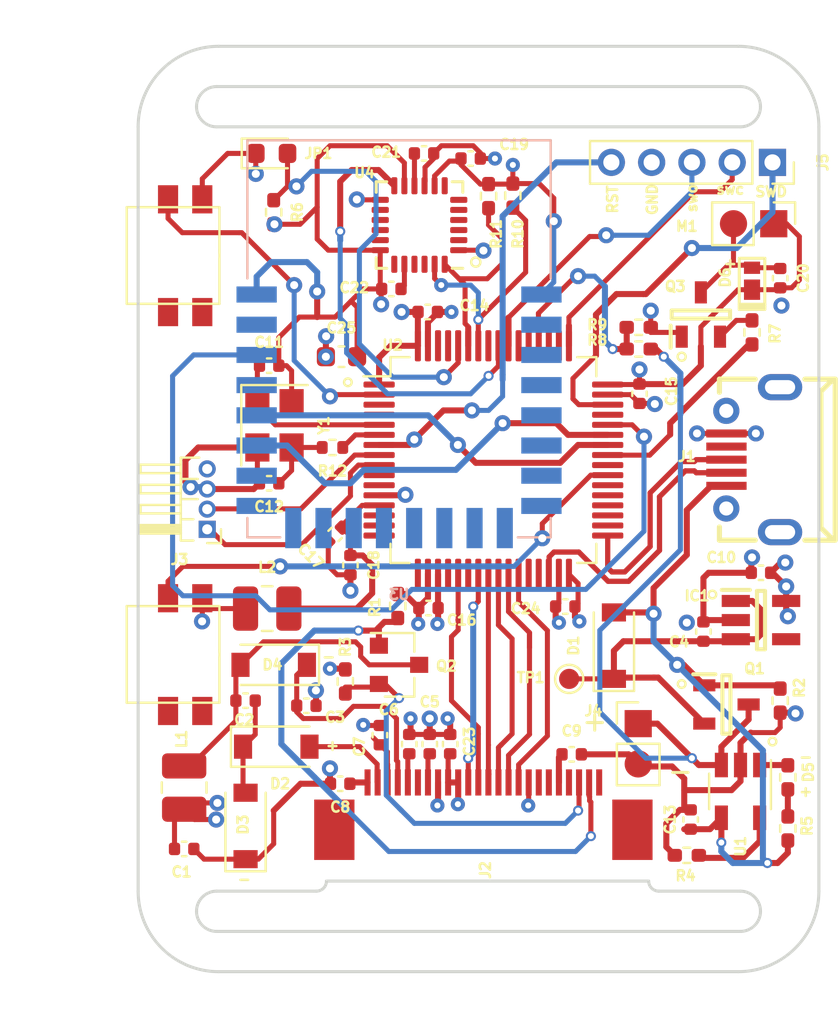
<source format=kicad_pcb>
(kicad_pcb (version 20171130) (host pcbnew 5.1.9-73d0e3b20d~88~ubuntu20.04.1)
  (title_block (title OpenSTMWatch) (date 2021-01-26))
  (layers (0 F.Cu signal) (1 In1.Cu power) (2 In2.Cu power) (31 B.Cu signal) (34 B.Paste user) (35 F.Paste user) (36 B.SilkS user) (37 F.SilkS user) (38 B.Mask user) (39 F.Mask user) (44 Edge.Cuts user))
  (net 0 "")
  (net 1 GND)
  (net 2 +3V3)
  (net 3 "Net-(C2-Pad2)")
  (net 4 "Net-(C2-Pad1)")
  (net 5 PREVGH)
  (net 6 "Net-(C4-Pad1)")
  (net 7 "Net-(C5-Pad1)")
  (net 8 "Net-(C6-Pad1)")
  (net 9 "Net-(C7-Pad1)")
  (net 10 "Net-(C8-Pad1)")
  (net 11 "Net-(C9-Pad1)")
  (net 12 "Net-(C11-Pad1)")
  (net 13 "Net-(C12-Pad1)")
  (net 14 +3.3VA)
  (net 15 "Net-(C20-Pad2)")
  (net 16 "Net-(C21-Pad1)")
  (net 17 "Net-(C22-Pad1)")
  (net 18 VBUS)
  (net 19 PREVGL)
  (net 20 "Net-(D5-Pad2)")
  (net 21 "Net-(D5-Pad1)")
  (net 22 USB_B+)
  (net 23 USB_B-)
  (net 24 BUSY)
  (net 25 RES)
  (net 26 DC)
  (net 27 MOSI)
  (net 28 SCK)
  (net 29 SS)
  (net 30 RESE)
  (net 31 GDR)
  (net 32 EXTSENSDA)
  (net 33 EXTSENSCL)
  (net 34 +BATT)
  (net 35 "Net-(JP1-Pad2)")
  (net 36 "Net-(Q3-Pad2)")
  (net 37 "Net-(R4-Pad1)")
  (net 38 VIB_MOT)
  (net 39 BATT_STAT)
  (net 40 imuSCL)
  (net 41 imuSDA)
  (net 42 BUT1)
  (net 43 BUT2)
  (net 44 INT)
  (net 45 Wakeup)
  (net 46 TXD)
  (net 47 RXD)
  (net 48 swdebug)
  (net 49 SWCLK)
  (net 50 TraceSWO)
  (net 51 "Net-(R12-Pad1)")
  (net 52 NRST)
  (module Capacitor_SMD:C_0402_1005Metric (layer F.Cu) (at 124.615 79.121)
    (fp_text reference C11 (at 0 -1.16) (layer F.SilkS) (effects (font (size 0.5 0.5))))
    (fp_text value C)
    (pad 2 smd roundrect (at 0.48 0) (size 0.56 0.62) (layers F.Cu F.Paste F.Mask) (net 1 GND))
    (pad 1 smd roundrect (at -0.48 0) (size 0.56 0.62) (layers F.Cu F.Paste F.Mask) (net 12 "Net-(C11-Pad1)"))
  )
  (module watchcomponents:Motor_Header (layer F.Cu) (at 142.9385 96.901)
    (fp_text reference J4 (at -2.2225 -0.635) (layer F.SilkS) (effects (font (size 0.5 0.5))))
    (fp_text value Conn_01x02)
    (pad 2 smd oval (at 0 2) (size 1.35 1.35) (layers F.Cu F.Paste F.Mask) (net 1 GND))
    (pad 1 smd rect (at 0 0) (size 1.35 1.35) (layers F.Cu F.Paste F.Mask) (net 34 +BATT))
  )
  (module Capacitor_SMD:C_0402_1005Metric (layer F.Cu) (at 145.542 101.6635 270)
    (fp_text reference C13 (at 0 1.016 90) (layer F.SilkS) (effects (font (size 0.5 0.5))))
    (fp_text value 1uf)
    (pad 2 smd roundrect (at 0.48 0 270) (size 0.56 0.62) (layers F.Cu F.Paste F.Mask) (net 18 VBUS))
    (pad 1 smd roundrect (at -0.48 0 270) (size 0.56 0.62) (layers F.Cu F.Paste F.Mask) (net 1 GND))
  )
  (module Connector_PinHeader_1.00mm:PinHeader_1x04_P1.00mm_Horizontal (layer F.Cu) (at 121.539 87.249 180)
    (fp_text reference J3 (at 1.375 -1.5) (layer F.SilkS) (effects (font (size 0.5 0.5))))
    (fp_text value Conn_01x04)
    (pad 4 thru_hole oval (at 0 3 180) (size 0.85 0.85) (drill 0.5) (layers *.Cu *.Mask) (net 2 +3V3))
    (pad 3 thru_hole oval (at 0 2 180) (size 0.85 0.85) (drill 0.5) (layers *.Cu *.Mask) (net 1 GND))
    (pad 2 thru_hole oval (at 0 1 180) (size 0.85 0.85) (drill 0.5) (layers *.Cu *.Mask) (net 33 EXTSENSCL))
    (pad 1 thru_hole rect (at 0 0 180) (size 0.85 0.85) (drill 0.5) (layers *.Cu *.Mask) (net 32 EXTSENSDA))
  )
  (module Connector_PinSocket_2.00mm:PinSocket_1x05_P2.00mm_Vertical (layer F.Cu) (at 149.606 69.0245 270)
    (fp_text reference J5 (at 0 -2.5 90) (layer F.SilkS) (effects (font (size 0.5 0.5))))
    (fp_text value Conn_01x05)
    (pad 5 thru_hole oval (at 0 8 270) (size 1.35 1.35) (drill 0.8) (layers *.Cu *.Mask) (net 52 NRST))
    (pad 4 thru_hole oval (at 0 6 270) (size 1.35 1.35) (drill 0.8) (layers *.Cu *.Mask) (net 1 GND))
    (pad 3 thru_hole oval (at 0 4 270) (size 1.35 1.35) (drill 0.8) (layers *.Cu *.Mask) (net 50 TraceSWO))
    (pad 2 thru_hole oval (at 0 2 270) (size 1.35 1.35) (drill 0.8) (layers *.Cu *.Mask) (net 49 SWCLK))
    (pad 1 thru_hole rect (at 0 0 270) (size 1.35 1.35) (drill 0.8) (layers *.Cu *.Mask) (net 48 swdebug))
  )
  (module Capacitor_SMD:C_0402_1005Metric (layer F.Cu) (at 130.683 75.311 180)
    (fp_text reference C22 (at 1.8415 0.0635) (layer F.SilkS) (effects (font (size 0.5 0.5))))
    (fp_text value C)
    (pad 2 smd roundrect (at 0.48 0 180) (size 0.56 0.62) (layers F.Cu F.Paste F.Mask) (net 1 GND))
    (pad 1 smd roundrect (at -0.48 0 180) (size 0.56 0.62) (layers F.Cu F.Paste F.Mask) (net 17 "Net-(C22-Pad1)"))
  )
  (module Capacitor_SMD:C_0402_1005Metric (layer F.Cu) (at 132.306 68.58)
    (fp_text reference C21 (at -1.877 -0.0635) (layer F.SilkS) (effects (font (size 0.5 0.5))))
    (fp_text value C)
    (pad 2 smd roundrect (at 0.48 0) (size 0.56 0.62) (layers F.Cu F.Paste F.Mask) (net 1 GND))
    (pad 1 smd roundrect (at -0.48 0) (size 0.56 0.62) (layers F.Cu F.Paste F.Mask) (net 16 "Net-(C21-Pad1)"))
  )
  (module Capacitor_SMD:C_0402_1005Metric (layer F.Cu) (at 128.143 99.8855 180)
    (fp_text reference C8 (at 0 -1.16) (layer F.SilkS) (effects (font (size 0.5 0.5))))
    (fp_text value 1uf/50v)
    (pad 2 smd roundrect (at 0.48 0 180) (size 0.56 0.62) (layers F.Cu F.Paste F.Mask) (net 1 GND))
    (pad 1 smd roundrect (at -0.48 0 180) (size 0.56 0.62) (layers F.Cu F.Paste F.Mask) (net 10 "Net-(C8-Pad1)"))
  )
  (module Resistor_SMD:R_0402_1005Metric (layer F.Cu) (at 127.76 83.185 180)
    (fp_text reference R12 (at 0 -1.17) (layer F.SilkS) (effects (font (size 0.5 0.5))))
    (fp_text value 5)
    (pad 2 smd roundrect (at 0.51 0 180) (size 0.54 0.64) (layers F.Cu F.Paste F.Mask) (net 13 "Net-(C12-Pad1)"))
    (pad 1 smd roundrect (at -0.51 0 180) (size 0.54 0.64) (layers F.Cu F.Paste F.Mask) (net 51 "Net-(R12-Pad1)"))
  )
  (module Capacitor_SMD:C_0402_1005Metric (layer F.Cu) (at 133.604 97.917 270)
    (fp_text reference C23 (at -0.127 -0.9525 90) (layer F.SilkS) (effects (font (size 0.5 0.5))))
    (fp_text value 1uf/50v)
    (pad 2 smd roundrect (at 0.48 0 270) (size 0.56 0.62) (layers F.Cu F.Paste F.Mask) (net 2 +3V3))
    (pad 1 smd roundrect (at -0.48 0 270) (size 0.56 0.62) (layers F.Cu F.Paste F.Mask) (net 1 GND))
  )
  (module Capacitor_SMD:C_0402_1005Metric (layer F.Cu) (at 134.62 68.834)
    (fp_text reference C19 (at 2.159 -0.6985) (layer F.SilkS) (effects (font (size 0.5 0.5))))
    (fp_text value C)
    (pad 2 smd roundrect (at 0.48 0) (size 0.56 0.62) (layers F.Cu F.Paste F.Mask) (net 1 GND))
    (pad 1 smd roundrect (at -0.48 0) (size 0.56 0.62) (layers F.Cu F.Paste F.Mask) (net 2 +3V3))
  )
  (module Capacitor_SMD:C_0402_1005Metric (layer F.Cu) (at 128.651 89.027 270)
    (fp_text reference C18 (at 0 -1.16 90) (layer F.SilkS) (effects (font (size 0.5 0.5))))
    (fp_text value C)
    (pad 2 smd roundrect (at 0.48 0 270) (size 0.56 0.62) (layers F.Cu F.Paste F.Mask) (net 1 GND))
    (pad 1 smd roundrect (at -0.48 0 270) (size 0.56 0.62) (layers F.Cu F.Paste F.Mask) (net 14 +3.3VA))
  )
  (module Capacitor_SMD:C_0402_1005Metric (layer F.Cu) (at 127.889 87.503 225)
    (fp_text reference C17 (at 1.616446 0.089803 135) (layer F.SilkS) (effects (font (size 0.5 0.5))))
    (fp_text value C)
    (pad 2 smd roundrect (at 0.48 0 225) (size 0.56 0.62) (layers F.Cu F.Paste F.Mask) (net 1 GND))
    (pad 1 smd roundrect (at -0.48 0 225) (size 0.56 0.62) (layers F.Cu F.Paste F.Mask) (net 14 +3.3VA))
  )
  (module Capacitor_SMD:C_0402_1005Metric (layer F.Cu) (at 132.5245 91.1606 180)
    (fp_text reference C16 (at -1.651 -0.5969) (layer F.SilkS) (effects (font (size 0.5 0.5))))
    (fp_text value C)
    (pad 2 smd roundrect (at 0.48 0 180) (size 0.56 0.62) (layers F.Cu F.Paste F.Mask) (net 1 GND))
    (pad 1 smd roundrect (at -0.48 0 180) (size 0.56 0.62) (layers F.Cu F.Paste F.Mask) (net 2 +3V3))
  )
  (module Capacitor_SMD:C_0402_1005Metric (layer F.Cu) (at 143.002 80.518 270)
    (fp_text reference C15 (at -0.127 -1.5875 90) (layer F.SilkS) (effects (font (size 0.5 0.5))))
    (fp_text value C)
    (pad 2 smd roundrect (at 0.48 0 270) (size 0.56 0.62) (layers F.Cu F.Paste F.Mask) (net 1 GND))
    (pad 1 smd roundrect (at -0.48 0 270) (size 0.56 0.62) (layers F.Cu F.Paste F.Mask) (net 2 +3V3))
  )
  (module Capacitor_SMD:C_0402_1005Metric (layer F.Cu) (at 132.489 76.454)
    (fp_text reference C14 (at 2.3215 -0.3175) (layer F.SilkS) (effects (font (size 0.5 0.5))))
    (fp_text value C)
    (pad 2 smd roundrect (at 0.48 0) (size 0.56 0.62) (layers F.Cu F.Paste F.Mask) (net 1 GND))
    (pad 1 smd roundrect (at -0.48 0) (size 0.56 0.62) (layers F.Cu F.Paste F.Mask) (net 2 +3V3))
  )
  (module Capacitor_SMD:C_0402_1005Metric (layer F.Cu) (at 124.615 84.963 180)
    (fp_text reference C12 (at 0 -1.16) (layer F.SilkS) (effects (font (size 0.5 0.5))))
    (fp_text value C)
    (pad 2 smd roundrect (at 0.48 0 180) (size 0.56 0.62) (layers F.Cu F.Paste F.Mask) (net 1 GND))
    (pad 1 smd roundrect (at -0.48 0 180) (size 0.56 0.62) (layers F.Cu F.Paste F.Mask) (net 13 "Net-(C12-Pad1)"))
  )
  (module Capacitor_SMD:C_0402_1005Metric (layer F.Cu) (at 149.0345 89.408 180)
    (fp_text reference C10 (at 1.9685 0.762) (layer F.SilkS) (effects (font (size 0.5 0.5))))
    (fp_text value 4.7uf/50v)
    (pad 2 smd roundrect (at 0.48 0 180) (size 0.56 0.62) (layers F.Cu F.Paste F.Mask) (net 1 GND))
    (pad 1 smd roundrect (at -0.48 0 180) (size 0.56 0.62) (layers F.Cu F.Paste F.Mask) (net 2 +3V3))
  )
  (module Capacitor_SMD:C_0402_1005Metric (layer F.Cu) (at 139.6365 98.425)
    (fp_text reference C9 (at 0 -1.16) (layer F.SilkS) (effects (font (size 0.5 0.5))))
    (fp_text value 1uf/50v)
    (pad 2 smd roundrect (at 0.48 0) (size 0.56 0.62) (layers F.Cu F.Paste F.Mask) (net 1 GND))
    (pad 1 smd roundrect (at -0.48 0) (size 0.56 0.62) (layers F.Cu F.Paste F.Mask) (net 11 "Net-(C9-Pad1)"))
  )
  (module Capacitor_SMD:C_0402_1005Metric (layer F.Cu) (at 130.1115 97.4725 90)
    (fp_text reference C7 (at -0.5715 -1.016 90) (layer F.SilkS) (effects (font (size 0.5 0.5))))
    (fp_text value 1uf/50v)
    (pad 2 smd roundrect (at 0.48 0 90) (size 0.56 0.62) (layers F.Cu F.Paste F.Mask) (net 1 GND))
    (pad 1 smd roundrect (at -0.48 0 90) (size 0.56 0.62) (layers F.Cu F.Paste F.Mask) (net 9 "Net-(C7-Pad1)"))
  )
  (module Capacitor_SMD:C_0402_1005Metric (layer F.Cu) (at 131.572 97.917 90)
    (fp_text reference C6 (at 1.7145 -1.016 180) (layer F.SilkS) (effects (font (size 0.5 0.5) (thickness 0.125))))
    (fp_text value 1uf/50v)
    (pad 2 smd roundrect (at 0.48 0 90) (size 0.56 0.62) (layers F.Cu F.Paste F.Mask) (net 1 GND))
    (pad 1 smd roundrect (at -0.48 0 90) (size 0.56 0.62) (layers F.Cu F.Paste F.Mask) (net 8 "Net-(C6-Pad1)"))
  )
  (module Capacitor_SMD:C_0402_1005Metric (layer F.Cu) (at 132.588 97.917 90)
    (fp_text reference C5 (at 2.0955 0 180) (layer F.SilkS) (effects (font (size 0.5 0.5))))
    (fp_text value 1uf/50v)
    (pad 2 smd roundrect (at 0.48 0 90) (size 0.56 0.62) (layers F.Cu F.Paste F.Mask) (net 1 GND))
    (pad 1 smd roundrect (at -0.48 0 90) (size 0.56 0.62) (layers F.Cu F.Paste F.Mask) (net 7 "Net-(C5-Pad1)"))
  )
  (module Capacitor_SMD:C_0402_1005Metric (layer F.Cu) (at 146.177 92.329 90)
    (fp_text reference C4 (at -0.508 -1.2065 180) (layer F.SilkS) (effects (font (size 0.5 0.5))))
    (fp_text value 1uf)
    (pad 2 smd roundrect (at 0.48 0 90) (size 0.56 0.62) (layers F.Cu F.Paste F.Mask) (net 1 GND))
    (pad 1 smd roundrect (at -0.48 0 90) (size 0.56 0.62) (layers F.Cu F.Paste F.Mask) (net 6 "Net-(C4-Pad1)"))
  )
  (module Capacitor_SMD:C_0402_1005Metric (layer F.Cu) (at 126.464 96.012)
    (fp_text reference C3 (at 1.425 0.5715) (layer F.SilkS) (effects (font (size 0.5 0.5))))
    (fp_text value 1uf/50v)
    (pad 2 smd roundrect (at 0.48 0) (size 0.56 0.62) (layers F.Cu F.Paste F.Mask) (net 1 GND))
    (pad 1 smd roundrect (at -0.48 0) (size 0.56 0.62) (layers F.Cu F.Paste F.Mask) (net 5 PREVGH))
  )
  (module Capacitor_SMD:C_0402_1005Metric (layer F.Cu) (at 123.444 95.758 180)
    (fp_text reference C2 (at 0.0635 -0.9525) (layer F.SilkS) (effects (font (size 0.5 0.5) (thickness 0.125))))
    (fp_text value 4.7uf/50v)
    (pad 2 smd roundrect (at 0.48 0 180) (size 0.56 0.62) (layers F.Cu F.Paste F.Mask) (net 3 "Net-(C2-Pad2)"))
    (pad 1 smd roundrect (at -0.48 0 180) (size 0.56 0.62) (layers F.Cu F.Paste F.Mask) (net 4 "Net-(C2-Pad1)"))
  )
  (module Capacitor_SMD:C_0402_1005Metric (layer F.Cu) (at 120.396 103.124)
    (fp_text reference C1 (at -0.127 1.143) (layer F.SilkS) (effects (font (size 0.5 0.5))))
    (fp_text value 4.7uF/50v)
    (pad 2 smd roundrect (at 0.48 0) (size 0.56 0.62) (layers F.Cu F.Paste F.Mask) (net 1 GND))
    (pad 1 smd roundrect (at -0.48 0) (size 0.56 0.62) (layers F.Cu F.Paste F.Mask) (net 2 +3V3))
  )
  (module USBLCSC:MICRO-USB-SMD_MICROXNJ (layer F.Cu) (at 148.647 83.79 90)
    (fp_text reference J1 (at 0.1605 -3.8035 180) (layer F.SilkS) (effects (font (size 0.5 0.5) (thickness 0.152)) (justify left)))
    (fp_text value USB hide)
    (pad 5 smd rect (at 1.3 -1.327) (size 2 0.4) (layers F.Cu F.Paste F.Mask) (net 1 GND))
    (pad 4 smd rect (at 0.65 -1.327) (size 2 0.4) (layers F.Cu F.Paste F.Mask))
    (pad 3 smd rect (at 0 -1.327) (size 2 0.4) (layers F.Cu F.Paste F.Mask) (net 22 USB_B+))
    (pad 2 smd rect (at -0.65 -1.327) (size 2 0.4) (layers F.Cu F.Paste F.Mask) (net 23 USB_B-))
    (pad 1 smd rect (at -1.3 -1.327) (size 2 0.4) (layers F.Cu F.Paste F.Mask) (net 18 VBUS))
    (pad 7 thru_hole oval (at 3.6 1.335 90) (size 1.3 2.2) (drill oval 0.7 1.5) (layers *.Cu *.Paste *.Mask))
    (pad 8 thru_hole oval (at -3.6 1.335 90) (size 1.3 2.2) (drill oval 0.7 1.5) (layers *.Cu *.Paste *.Mask))
    (pad 9 thru_hole circle (at -2.425 -1.335 90) (size 1.3 1.3) (drill 0.7) (layers *.Cu *.Paste *.Mask))
    (pad 6 thru_hole circle (at 2.425 -1.335 90) (size 1.3 1.3) (drill 0.7) (layers *.Cu *.Paste *.Mask))
  )
  (module DiodeU-DFN1608-2:U-DFN1608-2_L1.6-W0.8-RD (layer F.Cu) (at 148.59 74.803 90)
    (fp_text reference D6 (at -0.508 -1.3335 90) (layer F.SilkS) (effects (font (size 0.5 0.5) (thickness 0.152)) (justify left)))
    (fp_text value Diode hide)
    (pad 1 smd rect (at -0.545 0 180) (size 0.8 1.01) (layers F.Cu F.Paste F.Mask) (net 2 +3V3))
    (pad 2 smd rect (at 0.545 0 180) (size 0.8 0.61) (layers F.Cu F.Paste F.Mask) (net 15 "Net-(C20-Pad2)"))
  )
  (module Crystal:Crystal_SMD_3225-4Pin_3.2x2.5mm (layer F.Cu) (at 124.88 82.085 270)
    (fp_text reference Y1 (at 0 -2.45 90) (layer F.SilkS) (effects (font (size 0.5 0.5))))
    (fp_text value Crystal_GND24)
    (pad 4 smd rect (at -1.1 -0.85 270) (size 1.4 1.2) (layers F.Cu F.Paste F.Mask) (net 1 GND))
    (pad 3 smd rect (at 1.1 -0.85 270) (size 1.4 1.2) (layers F.Cu F.Paste F.Mask) (net 13 "Net-(C12-Pad1)"))
    (pad 2 smd rect (at 1.1 0.85 270) (size 1.4 1.2) (layers F.Cu F.Paste F.Mask) (net 1 GND))
    (pad 1 smd rect (at -1.1 0.85 270) (size 1.4 1.2) (layers F.Cu F.Paste F.Mask) (net 12 "Net-(C11-Pad1)"))
  )
  (module Sensor_Motion:InvenSense_QFN-24_4x4mm_P0.5mm (layer F.Cu) (at 132.08 72.136 180)
    (fp_text reference U4 (at 2.7305 2.6035) (layer F.SilkS) (effects (font (size 0.5 0.5))))
    (fp_text value MPU-6050)
    (pad 24 smd roundrect (at -1.25 -1.95 270) (size 0.85 0.3) (layers F.Cu F.Paste F.Mask) (net 41 imuSDA))
    (pad 23 smd roundrect (at -0.75 -1.95 270) (size 0.85 0.3) (layers F.Cu F.Paste F.Mask) (net 40 imuSCL))
    (pad 22 smd roundrect (at -0.25 -1.95 270) (size 0.85 0.3) (layers F.Cu F.Paste F.Mask))
    (pad 21 smd roundrect (at 0.25 -1.95 270) (size 0.85 0.3) (layers F.Cu F.Paste F.Mask))
    (pad 20 smd roundrect (at 0.75 -1.95 270) (size 0.85 0.3) (layers F.Cu F.Paste F.Mask) (net 17 "Net-(C22-Pad1)"))
    (pad 19 smd roundrect (at 1.25 -1.95 270) (size 0.85 0.3) (layers F.Cu F.Paste F.Mask))
    (pad 18 smd roundrect (at 1.95 -1.25 180) (size 0.85 0.3) (layers F.Cu F.Paste F.Mask) (net 1 GND))
    (pad 17 smd roundrect (at 1.95 -0.75 180) (size 0.85 0.3) (layers F.Cu F.Paste F.Mask))
    (pad 16 smd roundrect (at 1.95 -0.25 180) (size 0.85 0.3) (layers F.Cu F.Paste F.Mask))
    (pad 15 smd roundrect (at 1.95 0.25 180) (size 0.85 0.3) (layers F.Cu F.Paste F.Mask))
    (pad 14 smd roundrect (at 1.95 0.75 180) (size 0.85 0.3) (layers F.Cu F.Paste F.Mask))
    (pad 13 smd roundrect (at 1.95 1.25 180) (size 0.85 0.3) (layers F.Cu F.Paste F.Mask) (net 2 +3V3))
    (pad 12 smd roundrect (at 1.25 1.95 270) (size 0.85 0.3) (layers F.Cu F.Paste F.Mask) (net 44 INT))
    (pad 11 smd roundrect (at 0.75 1.95 270) (size 0.85 0.3) (layers F.Cu F.Paste F.Mask) (net 1 GND))
    (pad 10 smd roundrect (at 0.25 1.95 270) (size 0.85 0.3) (layers F.Cu F.Paste F.Mask) (net 16 "Net-(C21-Pad1)"))
    (pad 9 smd roundrect (at -0.25 1.95 270) (size 0.85 0.3) (layers F.Cu F.Paste F.Mask) (net 1 GND))
    (pad 8 smd roundrect (at -0.75 1.95 270) (size 0.85 0.3) (layers F.Cu F.Paste F.Mask) (net 2 +3V3))
    (pad 7 smd roundrect (at -1.25 1.95 270) (size 0.85 0.3) (layers F.Cu F.Paste F.Mask))
    (pad 6 smd roundrect (at -1.95 1.25 180) (size 0.85 0.3) (layers F.Cu F.Paste F.Mask))
    (pad 5 smd roundrect (at -1.95 0.75 180) (size 0.85 0.3) (layers F.Cu F.Paste F.Mask))
    (pad 4 smd roundrect (at -1.95 0.25 180) (size 0.85 0.3) (layers F.Cu F.Paste F.Mask))
    (pad 3 smd roundrect (at -1.95 -0.25 180) (size 0.85 0.3) (layers F.Cu F.Paste F.Mask))
    (pad 2 smd roundrect (at -1.95 -0.75 180) (size 0.85 0.3) (layers F.Cu F.Paste F.Mask))
    (pad 1 smd roundrect (at -1.95 -1.25 180) (size 0.85 0.3) (layers F.Cu F.Paste F.Mask) (net 1 GND))
  )
  (module JDY-08:JDY-08_HandSoldering (layer B.Cu) (at 131.064 77.7875 180)
    (fp_text reference U3 (at 0 -12.7) (layer B.SilkS) (effects (font (size 0.5 0.5)) (justify mirror)))
    (fp_text value JDY-08)
    (pad 16 smd rect (at 5.25 -9.4) (size 0.8 2) (layers B.Cu B.Paste B.Mask))
    (pad 15 smd rect (at 3.75 -9.4) (size 0.8 2) (layers B.Cu B.Paste B.Mask))
    (pad 14 smd rect (at 2.25 -9.4) (size 0.8 2) (layers B.Cu B.Paste B.Mask))
    (pad 13 smd rect (at 0.75 -9.4) (size 0.8 2) (layers B.Cu B.Paste B.Mask))
    (pad 12 smd rect (at -0.75 -9.4) (size 0.8 2) (layers B.Cu B.Paste B.Mask))
    (pad 11 smd rect (at -2.25 -9.4) (size 0.8 2) (layers B.Cu B.Paste B.Mask))
    (pad 10 smd rect (at -3.75 -9.4) (size 0.8 2) (layers B.Cu B.Paste B.Mask))
    (pad 8 smd rect (at -7.07 -8.3) (size 2 0.8) (layers B.Cu B.Paste B.Mask))
    (pad 17 smd rect (at 7.07 -8.3) (size 2 0.8) (layers B.Cu B.Paste B.Mask))
    (pad 18 smd rect (at 7.07 -6.8) (size 2 0.8) (layers B.Cu B.Paste B.Mask))
    (pad 7 smd rect (at -7.07 -6.8) (size 2 0.8) (layers B.Cu B.Paste B.Mask))
    (pad 6 smd rect (at -7.07 -5.3) (size 2 0.8) (layers B.Cu B.Paste B.Mask))
    (pad 19 smd rect (at 7.07 -5.3) (size 2 0.8) (layers B.Cu B.Paste B.Mask) (net 46 TXD))
    (pad 20 smd rect (at 7.07 -3.8) (size 2 0.8) (layers B.Cu B.Paste B.Mask) (net 47 RXD))
    (pad 5 smd rect (at -7.07 -3.8) (size 2 0.8) (layers B.Cu B.Paste B.Mask))
    (pad 4 smd rect (at -7.07 -2.3) (size 2 0.8) (layers B.Cu B.Paste B.Mask))
    (pad 21 smd rect (at 7.07 -2.3) (size 2 0.8) (layers B.Cu B.Paste B.Mask))
    (pad 22 smd rect (at 7.07 -0.8) (size 2 0.8) (layers B.Cu B.Paste B.Mask) (net 45 Wakeup))
    (pad 3 smd rect (at -7.07 -0.8) (size 2 0.8) (layers B.Cu B.Paste B.Mask))
    (pad 2 smd rect (at -7.07 0.7) (size 2 0.8) (layers B.Cu B.Paste B.Mask))
    (pad 23 smd rect (at 7.07 0.7) (size 2 0.8) (layers B.Cu B.Paste B.Mask))
    (pad 24 smd rect (at 7.07 2.2) (size 2 0.8) (layers B.Cu B.Paste B.Mask) (net 1 GND))
    (pad 9 smd rect (at -5.25 -9.4) (size 0.8 2) (layers B.Cu B.Paste B.Mask))
    (pad 1 smd rect (at -7.07 2.2) (size 2 0.8) (layers B.Cu B.Paste B.Mask) (net 2 +3V3))
  )
  (module Package_QFP:LQFP-64_10x10mm_P0.5mm (layer F.Cu) (at 135.7496 83.8092)
    (fp_text reference U2 (at -5.0031 -5.7042) (layer F.SilkS) (effects (font (size 0.5 0.5))))
    (fp_text value STM32L476RGTx)
    (pad 64 smd roundrect (at -3.75 -5.675) (size 0.3 1.55) (layers F.Cu F.Paste F.Mask) (net 2 +3V3))
    (pad 63 smd roundrect (at -3.25 -5.675) (size 0.3 1.55) (layers F.Cu F.Paste F.Mask) (net 1 GND))
    (pad 62 smd roundrect (at -2.75 -5.675) (size 0.3 1.55) (layers F.Cu F.Paste F.Mask))
    (pad 61 smd roundrect (at -2.25 -5.675) (size 0.3 1.55) (layers F.Cu F.Paste F.Mask))
    (pad 60 smd roundrect (at -1.75 -5.675) (size 0.3 1.55) (layers F.Cu F.Paste F.Mask) (net 35 "Net-(JP1-Pad2)"))
    (pad 59 smd roundrect (at -1.25 -5.675) (size 0.3 1.55) (layers F.Cu F.Paste F.Mask) (net 41 imuSDA))
    (pad 58 smd roundrect (at -0.75 -5.675) (size 0.3 1.55) (layers F.Cu F.Paste F.Mask) (net 40 imuSCL))
    (pad 57 smd roundrect (at -0.25 -5.675) (size 0.3 1.55) (layers F.Cu F.Paste F.Mask))
    (pad 56 smd roundrect (at 0.25 -5.675) (size 0.3 1.55) (layers F.Cu F.Paste F.Mask) (net 44 INT))
    (pad 55 smd roundrect (at 0.75 -5.675) (size 0.3 1.55) (layers F.Cu F.Paste F.Mask) (net 50 TraceSWO))
    (pad 54 smd roundrect (at 1.25 -5.675) (size 0.3 1.55) (layers F.Cu F.Paste F.Mask))
    (pad 53 smd roundrect (at 1.75 -5.675) (size 0.3 1.55) (layers F.Cu F.Paste F.Mask))
    (pad 52 smd roundrect (at 2.25 -5.675) (size 0.3 1.55) (layers F.Cu F.Paste F.Mask) (net 39 BATT_STAT))
    (pad 51 smd roundrect (at 2.75 -5.675) (size 0.3 1.55) (layers F.Cu F.Paste F.Mask))
    (pad 50 smd roundrect (at 3.25 -5.675) (size 0.3 1.55) (layers F.Cu F.Paste F.Mask))
    (pad 49 smd roundrect (at 3.75 -5.675) (size 0.3 1.55) (layers F.Cu F.Paste F.Mask) (net 49 SWCLK))
    (pad 48 smd roundrect (at 5.675 -3.75) (size 1.55 0.3) (layers F.Cu F.Paste F.Mask) (net 2 +3V3))
    (pad 47 smd roundrect (at 5.675 -3.25) (size 1.55 0.3) (layers F.Cu F.Paste F.Mask) (net 1 GND))
    (pad 46 smd roundrect (at 5.675 -2.75) (size 1.55 0.3) (layers F.Cu F.Paste F.Mask) (net 48 swdebug))
    (pad 45 smd roundrect (at 5.675 -2.25) (size 1.55 0.3) (layers F.Cu F.Paste F.Mask))
    (pad 44 smd roundrect (at 5.675 -1.75) (size 1.55 0.3) (layers F.Cu F.Paste F.Mask) (net 45 Wakeup))
    (pad 43 smd roundrect (at 5.675 -1.25) (size 1.55 0.3) (layers F.Cu F.Paste F.Mask) (net 46 TXD))
    (pad 42 smd roundrect (at 5.675 -0.75) (size 1.55 0.3) (layers F.Cu F.Paste F.Mask) (net 47 RXD))
    (pad 41 smd roundrect (at 5.675 -0.25) (size 1.55 0.3) (layers F.Cu F.Paste F.Mask) (net 38 VIB_MOT))
    (pad 40 smd roundrect (at 5.675 0.25) (size 1.55 0.3) (layers F.Cu F.Paste F.Mask))
    (pad 39 smd roundrect (at 5.675 0.75) (size 1.55 0.3) (layers F.Cu F.Paste F.Mask) (net 42 BUT1))
    (pad 38 smd roundrect (at 5.675 1.25) (size 1.55 0.3) (layers F.Cu F.Paste F.Mask))
    (pad 37 smd roundrect (at 5.675 1.75) (size 1.55 0.3) (layers F.Cu F.Paste F.Mask))
    (pad 36 smd roundrect (at 5.675 2.25) (size 1.55 0.3) (layers F.Cu F.Paste F.Mask))
    (pad 35 smd roundrect (at 5.675 2.75) (size 1.55 0.3) (layers F.Cu F.Paste F.Mask))
    (pad 34 smd roundrect (at 5.675 3.25) (size 1.55 0.3) (layers F.Cu F.Paste F.Mask))
    (pad 33 smd roundrect (at 5.675 3.75) (size 1.55 0.3) (layers F.Cu F.Paste F.Mask) (net 22 USB_B+))
    (pad 32 smd roundrect (at 3.75 5.675) (size 0.3 1.55) (layers F.Cu F.Paste F.Mask) (net 2 +3V3))
    (pad 31 smd roundrect (at 3.25 5.675) (size 0.3 1.55) (layers F.Cu F.Paste F.Mask) (net 1 GND))
    (pad 30 smd roundrect (at 2.75 5.675) (size 0.3 1.55) (layers F.Cu F.Paste F.Mask) (net 23 USB_B-))
    (pad 29 smd roundrect (at 2.25 5.675) (size 0.3 1.55) (layers F.Cu F.Paste F.Mask))
    (pad 28 smd roundrect (at 1.75 5.675) (size 0.3 1.55) (layers F.Cu F.Paste F.Mask))
    (pad 27 smd roundrect (at 1.25 5.675) (size 0.3 1.55) (layers F.Cu F.Paste F.Mask) (net 24 BUSY))
    (pad 26 smd roundrect (at 0.75 5.675) (size 0.3 1.55) (layers F.Cu F.Paste F.Mask) (net 25 RES))
    (pad 25 smd roundrect (at 0.25 5.675) (size 0.3 1.55) (layers F.Cu F.Paste F.Mask) (net 26 DC))
    (pad 24 smd roundrect (at -0.25 5.675) (size 0.3 1.55) (layers F.Cu F.Paste F.Mask) (net 29 SS))
    (pad 23 smd roundrect (at -0.75 5.675) (size 0.3 1.55) (layers F.Cu F.Paste F.Mask) (net 27 MOSI))
    (pad 22 smd roundrect (at -1.25 5.675) (size 0.3 1.55) (layers F.Cu F.Paste F.Mask))
    (pad 21 smd roundrect (at -1.75 5.675) (size 0.3 1.55) (layers F.Cu F.Paste F.Mask) (net 28 SCK))
    (pad 20 smd roundrect (at -2.25 5.675) (size 0.3 1.55) (layers F.Cu F.Paste F.Mask))
    (pad 19 smd roundrect (at -2.75 5.675) (size 0.3 1.55) (layers F.Cu F.Paste F.Mask) (net 2 +3V3))
    (pad 18 smd roundrect (at -3.25 5.675) (size 0.3 1.55) (layers F.Cu F.Paste F.Mask) (net 1 GND))
    (pad 17 smd roundrect (at -3.75 5.675) (size 0.3 1.55) (layers F.Cu F.Paste F.Mask))
    (pad 16 smd roundrect (at -5.675 3.75) (size 1.55 0.3) (layers F.Cu F.Paste F.Mask))
    (pad 15 smd roundrect (at -5.675 3.25) (size 1.55 0.3) (layers F.Cu F.Paste F.Mask))
    (pad 14 smd roundrect (at -5.675 2.75) (size 1.55 0.3) (layers F.Cu F.Paste F.Mask))
    (pad 13 smd roundrect (at -5.675 2.25) (size 1.55 0.3) (layers F.Cu F.Paste F.Mask) (net 14 +3.3VA))
    (pad 12 smd roundrect (at -5.675 1.75) (size 1.55 0.3) (layers F.Cu F.Paste F.Mask) (net 1 GND))
    (pad 11 smd roundrect (at -5.675 1.25) (size 1.55 0.3) (layers F.Cu F.Paste F.Mask))
    (pad 10 smd roundrect (at -5.675 0.75) (size 1.55 0.3) (layers F.Cu F.Paste F.Mask))
    (pad 9 smd roundrect (at -5.675 0.25) (size 1.55 0.3) (layers F.Cu F.Paste F.Mask) (net 32 EXTSENSDA))
    (pad 8 smd roundrect (at -5.675 -0.25) (size 1.55 0.3) (layers F.Cu F.Paste F.Mask) (net 33 EXTSENSCL))
    (pad 7 smd roundrect (at -5.675 -0.75) (size 1.55 0.3) (layers F.Cu F.Paste F.Mask) (net 52 NRST))
    (pad 6 smd roundrect (at -5.675 -1.25) (size 1.55 0.3) (layers F.Cu F.Paste F.Mask) (net 51 "Net-(R12-Pad1)"))
    (pad 5 smd roundrect (at -5.675 -1.75) (size 1.55 0.3) (layers F.Cu F.Paste F.Mask) (net 12 "Net-(C11-Pad1)"))
    (pad 4 smd roundrect (at -5.675 -2.25) (size 1.55 0.3) (layers F.Cu F.Paste F.Mask))
    (pad 3 smd roundrect (at -5.675 -2.75) (size 1.55 0.3) (layers F.Cu F.Paste F.Mask))
    (pad 2 smd roundrect (at -5.675 -3.25) (size 1.55 0.3) (layers F.Cu F.Paste F.Mask) (net 43 BUT2))
    (pad 1 smd roundrect (at -5.675 -3.75) (size 1.55 0.3) (layers F.Cu F.Paste F.Mask) (net 2 +3V3))
  )
  (module Package_TO_SOT_SMD:TSOT-23-5 (layer F.Cu) (at 148.0185 100.2665 270)
    (fp_text reference U1 (at 2.7305 0 90) (layer F.SilkS) (effects (font (size 0.5 0.5))))
    (fp_text value " TP4054")
    (pad 5 smd rect (at 1.31 -0.95 270) (size 1.22 0.65) (layers F.Cu F.Paste F.Mask) (net 37 "Net-(R4-Pad1)"))
    (pad 4 smd rect (at 1.31 0.95 270) (size 1.22 0.65) (layers F.Cu F.Paste F.Mask) (net 18 VBUS))
    (pad 3 smd rect (at -1.31 0.95 270) (size 1.22 0.65) (layers F.Cu F.Paste F.Mask) (net 34 +BATT))
    (pad 2 smd rect (at -1.31 0 270) (size 1.22 0.65) (layers F.Cu F.Paste F.Mask) (net 1 GND))
    (pad 1 smd rect (at -1.31 -0.95 270) (size 1.22 0.65) (layers F.Cu F.Paste F.Mask) (net 21 "Net-(D5-Pad1)"))
  )
  (module TestPoint:TestPoint_Pad_D1.0mm (layer F.Cu) (at 139.5095 94.6785)
    (fp_text reference TP1 (at -1.905 -0.0635) (layer F.SilkS) (effects (font (size 0.5 0.5) (thickness 0.125))))
    (fp_text value TestPoint)
    (pad 1 smd circle (at 0 0) (size 1 1) (layers F.Cu F.Mask) (net 6 "Net-(C4-Pad1)"))
  )
  (module watchcomponents:K2-1114SA-A4SW-06 (layer F.Cu) (at 120.396 73.66 90)
    (fp_text reference S2 hide)
    (fp_text value GPTS203211B)
    (pad "" np_thru_hole circle (at 0 1.3 90) (size 0.8 0.8) (drill 0.8) (layers *.Cu *.Mask))
    (pad "" np_thru_hole circle (at 0 -1.3 90) (size 0.8 0.8) (drill 0.8) (layers *.Cu *.Mask))
    (pad 2 smd rect (at 2.8 0.9 90) (size 1.4 1) (layers F.Cu F.Paste F.Mask) (net 2 +3V3))
    (pad "" smd rect (at -2.8 0.9 90) (size 1.4 1) (layers F.Cu F.Paste F.Mask))
    (pad 1 smd rect (at 2.8 -0.8 90) (size 1.4 1) (layers F.Cu F.Paste F.Mask) (net 43 BUT2))
    (pad "" smd rect (at -2.8 -0.8 90) (size 1.4 1) (layers F.Cu F.Paste F.Mask))
  )
  (module watchcomponents:K2-1114SA-A4SW-06 (layer F.Cu) (at 120.396 93.472 90)
    (fp_text reference S1 hide)
    (fp_text value GPTS203211B)
    (pad "" np_thru_hole circle (at 0 1.3 90) (size 0.8 0.8) (drill 0.8) (layers *.Cu *.Mask))
    (pad "" np_thru_hole circle (at 0 -1.3 90) (size 0.8 0.8) (drill 0.8) (layers *.Cu *.Mask))
    (pad 2 smd rect (at 2.8 0.9 90) (size 1.4 1) (layers F.Cu F.Paste F.Mask) (net 2 +3V3))
    (pad "" smd rect (at -2.8 0.9 90) (size 1.4 1) (layers F.Cu F.Paste F.Mask))
    (pad 1 smd rect (at 2.8 -0.8 90) (size 1.4 1) (layers F.Cu F.Paste F.Mask) (net 42 BUT1))
    (pad "" smd rect (at -2.8 -0.8 90) (size 1.4 1) (layers F.Cu F.Paste F.Mask))
  )
  (module Resistor_SMD:R_0402_1005Metric_Pad0.72x0.64mm_HandSolder (layer F.Cu) (at 135.509 70.7015 90)
    (fp_text reference R11 (at -1.879 0.381 90) (layer F.SilkS) (effects (font (size 0.5 0.5))))
    (fp_text value 2.2k)
    (pad 2 smd roundrect (at 0.5975 0 90) (size 0.715 0.64) (layers F.Cu F.Paste F.Mask) (net 2 +3V3))
    (pad 1 smd roundrect (at -0.5975 0 90) (size 0.715 0.64) (layers F.Cu F.Paste F.Mask) (net 41 imuSDA))
  )
  (module Resistor_SMD:R_0402_1005Metric_Pad0.72x0.64mm_HandSolder (layer F.Cu) (at 136.7155 70.6755 90)
    (fp_text reference R10 (at -1.905 0.254 90) (layer F.SilkS) (effects (font (size 0.5 0.5))))
    (fp_text value 2.2k)
    (pad 2 smd roundrect (at 0.5975 0 90) (size 0.715 0.64) (layers F.Cu F.Paste F.Mask) (net 2 +3V3))
    (pad 1 smd roundrect (at -0.5975 0 90) (size 0.715 0.64) (layers F.Cu F.Paste F.Mask) (net 40 imuSCL))
  )
  (module Resistor_SMD:R_0402_1005Metric_Pad0.72x0.64mm_HandSolder (layer F.Cu) (at 142.9645 77.216)
    (fp_text reference R9 (at -2.058 -0.127) (layer F.SilkS) (effects (font (size 0.5 0.5))))
    (fp_text value R)
    (pad 2 smd roundrect (at 0.5975 0) (size 0.715 0.64) (layers F.Cu F.Paste F.Mask) (net 1 GND))
    (pad 1 smd roundrect (at -0.5975 0) (size 0.715 0.64) (layers F.Cu F.Paste F.Mask) (net 39 BATT_STAT))
  )
  (module Resistor_SMD:R_0402_1005Metric_Pad0.72x0.64mm_HandSolder (layer F.Cu) (at 142.9645 78.2955 180)
    (fp_text reference R8 (at 2.058 0.4445) (layer F.SilkS) (effects (font (size 0.5 0.5))))
    (fp_text value R)
    (pad 2 smd roundrect (at 0.5975 0 180) (size 0.715 0.64) (layers F.Cu F.Paste F.Mask) (net 39 BATT_STAT))
    (pad 1 smd roundrect (at -0.5975 0 180) (size 0.715 0.64) (layers F.Cu F.Paste F.Mask) (net 34 +BATT))
  )
  (module Resistor_SMD:R_0402_1005Metric_Pad0.72x0.64mm_HandSolder (layer F.Cu) (at 148.59 77.47 270)
    (fp_text reference R7 (at 0.0635 -1.143 90) (layer F.SilkS) (effects (font (size 0.5 0.5))))
    (fp_text value R)
    (pad 2 smd roundrect (at 0.5975 0 270) (size 0.715 0.64) (layers F.Cu F.Paste F.Mask) (net 38 VIB_MOT))
    (pad 1 smd roundrect (at -0.5975 0 270) (size 0.715 0.64) (layers F.Cu F.Paste F.Mask) (net 36 "Net-(Q3-Pad2)"))
  )
  (module Resistor_SMD:R_0402_1005Metric_Pad0.72x0.64mm_HandSolder (layer F.Cu) (at 124.841 71.501 270)
    (fp_text reference R6 (at 0 -1.17 90) (layer F.SilkS) (effects (font (size 0.5 0.5))))
    (fp_text value R)
    (pad 2 smd roundrect (at 0.5975 0 270) (size 0.715 0.64) (layers F.Cu F.Paste F.Mask) (net 1 GND))
    (pad 1 smd roundrect (at -0.5975 0 270) (size 0.715 0.64) (layers F.Cu F.Paste F.Mask) (net 35 "Net-(JP1-Pad2)"))
  )
  (module Resistor_SMD:R_0402_1005Metric_Pad0.72x0.64mm_HandSolder (layer F.Cu) (at 150.368 102.108 90)
    (fp_text reference R5 (at 0.127 0.9525 90) (layer F.SilkS) (effects (font (size 0.5 0.5))))
    (fp_text value 1k)
    (pad 2 smd roundrect (at 0.5975 0 90) (size 0.715 0.64) (layers F.Cu F.Paste F.Mask) (net 20 "Net-(D5-Pad2)"))
    (pad 1 smd roundrect (at -0.5975 0 90) (size 0.715 0.64) (layers F.Cu F.Paste F.Mask) (net 18 VBUS))
  )
  (module Resistor_SMD:R_0402_1005Metric_Pad0.72x0.64mm_HandSolder (layer F.Cu) (at 145.3515 103.4415 180)
    (fp_text reference R4 (at 0.0635 -1.016) (layer F.SilkS) (effects (font (size 0.5 0.5))))
    (fp_text value 10k)
    (pad 2 smd roundrect (at 0.5975 0 180) (size 0.715 0.64) (layers F.Cu F.Paste F.Mask) (net 1 GND))
    (pad 1 smd roundrect (at -0.5975 0 180) (size 0.715 0.64) (layers F.Cu F.Paste F.Mask) (net 37 "Net-(R4-Pad1)"))
  )
  (module Resistor_SMD:R_0402_1005Metric_Pad0.72x0.64mm_HandSolder (layer F.Cu) (at 128.397 94.8055 270)
    (fp_text reference R3 (at -1.7145 0 90) (layer F.SilkS) (effects (font (size 0.5 0.5))))
    (fp_text value 3)
    (pad 2 smd roundrect (at 0.5975 0 270) (size 0.715 0.64) (layers F.Cu F.Paste F.Mask) (net 30 RESE))
    (pad 1 smd roundrect (at -0.5975 0 270) (size 0.715 0.64) (layers F.Cu F.Paste F.Mask) (net 1 GND))
  )
  (module Resistor_SMD:R_0402_1005Metric_Pad0.72x0.64mm_HandSolder (layer F.Cu) (at 149.987 95.758 90)
    (fp_text reference R2 (at 0.635 0.9525 90) (layer F.SilkS) (effects (font (size 0.5 0.5))))
    (fp_text value 10k)
    (pad 2 smd roundrect (at 0.5975 0 90) (size 0.715 0.64) (layers F.Cu F.Paste F.Mask) (net 18 VBUS))
    (pad 1 smd roundrect (at -0.5975 0 90) (size 0.715 0.64) (layers F.Cu F.Paste F.Mask) (net 1 GND))
  )
  (module Resistor_SMD:R_0402_1005Metric_Pad0.72x0.64mm_HandSolder (layer F.Cu) (at 131.0005 91.059 270)
    (fp_text reference R1 (at 0.0635 1.143 90) (layer F.SilkS) (effects (font (size 0.5 0.5))))
    (fp_text value 10k)
    (pad 2 smd roundrect (at 0.5975 0 270) (size 0.715 0.64) (layers F.Cu F.Paste F.Mask) (net 31 GDR))
    (pad 1 smd roundrect (at -0.5975 0 270) (size 0.715 0.64) (layers F.Cu F.Paste F.Mask) (net 1 GND))
  )
  (module S8050:SOT95P240X115-3N (layer F.Cu) (at 146.05 76.581 90)
    (fp_text reference Q3 (at 1.397 -1.27 180) (layer F.SilkS) (effects (font (size 0.5 0.5) (thickness 0.125))))
    (fp_text value S8050 hide)
    (pad 3 smd rect (at 1.1 0 180) (size 0.6 1.1) (layers F.Cu F.Paste F.Mask) (net 15 "Net-(C20-Pad2)"))
    (pad 2 smd rect (at -1.1 0.95 180) (size 0.6 1.1) (layers F.Cu F.Paste F.Mask) (net 36 "Net-(Q3-Pad2)"))
    (pad 1 smd rect (at -1.1 -0.95 180) (size 0.6 1.1) (layers F.Cu F.Paste F.Mask) (net 1 GND))
  )
  (module Package_TO_SOT_SMD:SOT-23 (layer F.Cu) (at 131.064 93.98)
    (fp_text reference Q2 (at 2.3495 0.0635) (layer F.SilkS) (effects (font (size 0.5 0.5) (thickness 0.125))))
    (fp_text value DMN3042L)
    (pad 3 smd rect (at 1 0) (size 0.9 0.8) (layers F.Cu F.Paste F.Mask) (net 3 "Net-(C2-Pad2)"))
    (pad 2 smd rect (at -1 0.95) (size 0.9 0.8) (layers F.Cu F.Paste F.Mask) (net 30 RESE))
    (pad 1 smd rect (at -1 -0.95) (size 0.9 0.8) (layers F.Cu F.Paste F.Mask) (net 31 GDR))
  )
  (module CJ2301_S1:SOT95P240X115-3N (layer F.Cu) (at 147.32 95.9485)
    (fp_text reference Q1 (at 1.397 -1.778) (layer F.SilkS) (effects (font (size 0.5 0.5) (thickness 0.125))))
    (fp_text value CJ2301_S1 hide)
    (pad 3 smd rect (at 1.1 0 90) (size 0.6 1.1) (layers F.Cu F.Paste F.Mask) (net 34 +BATT))
    (pad 2 smd rect (at -1.1 0.95 90) (size 0.6 1.1) (layers F.Cu F.Paste F.Mask) (net 6 "Net-(C4-Pad1)"))
    (pad 1 smd rect (at -1.1 -0.95 90) (size 0.6 1.1) (layers F.Cu F.Paste F.Mask) (net 18 VBUS))
  )
  (module watchcomponents:Motor_Header (layer F.Cu) (at 149.6695 72.0725 270)
    (fp_text reference M1 (at 0.127 4.318 180) (layer F.SilkS) (effects (font (size 0.5 0.5))))
    (fp_text value Motor_DC_ALT)
    (pad 2 smd oval (at 0 2 270) (size 1.35 1.35) (layers F.Cu F.Paste F.Mask) (net 15 "Net-(C20-Pad2)"))
    (pad 1 smd rect (at 0 0 270) (size 1.35 1.35) (layers F.Cu F.Paste F.Mask) (net 2 +3V3))
  )
  (module Inductor_SMD:L_1008_2520Metric (layer F.Cu) (at 124.519 91.186)
    (fp_text reference L2 (at 0 -2.05) (layer F.SilkS) (effects (font (size 0.5 0.5))))
    (fp_text value 27n)
    (pad 2 smd roundrect (at 1.075 0) (size 1.25 2.2) (layers F.Cu F.Paste F.Mask) (roundrect_rratio 0.2) (net 14 +3.3VA))
    (pad 1 smd roundrect (at -1.075 0) (size 1.25 2.2) (layers F.Cu F.Paste F.Mask) (roundrect_rratio 0.2) (net 2 +3V3))
  )
  (module Inductor_SMD:L_1008_2520Metric (layer F.Cu) (at 120.396 100.076 90)
    (fp_text reference L1 (at 2.413 -0.127 90) (layer F.SilkS) (effects (font (size 0.5 0.5))))
    (fp_text value 27uH)
    (pad 2 smd roundrect (at 1.075 0 90) (size 1.25 2.2) (layers F.Cu F.Paste F.Mask) (roundrect_rratio 0.2) (net 3 "Net-(C2-Pad2)"))
    (pad 1 smd roundrect (at -1.075 0 90) (size 1.25 2.2) (layers F.Cu F.Paste F.Mask) (roundrect_rratio 0.2) (net 2 +3V3))
  )
  (module Diode_SMD:D_0603_1608Metric (layer F.Cu) (at 124.7395 68.58)
    (fp_text reference JP1 (at 2.324 0) (layer F.SilkS) (effects (font (size 0.5 0.5))))
    (fp_text value SolderJumper_2_Open)
    (pad 2 smd roundrect (at 0.7875 0) (size 0.875 0.95) (layers F.Cu F.Paste F.Mask) (net 35 "Net-(JP1-Pad2)"))
    (pad 1 smd roundrect (at -0.7875 0) (size 0.875 0.95) (layers F.Cu F.Paste F.Mask) (net 2 +3V3))
  )
  (module watchcomponents:24_Pins_0.5mm_Pitch_ZIF_Connector_UP (layer F.Cu) (at 135.251 102.172)
    (fp_text reference J2 (at 0.1 2 270) (layer F.SilkS) (effects (font (size 0.5 0.5))))
    (fp_text value Conn_01x24)
    (pad 9 smd rect (at 1.75 -2.35) (size 0.3 1.3) (layers F.Cu F.Paste F.Mask) (net 24 BUSY))
    (pad 10 smd rect (at 1.25 -2.35) (size 0.3 1.3) (layers F.Cu F.Paste F.Mask) (net 25 RES))
    (pad 11 smd rect (at 0.75 -2.35) (size 0.3 1.3) (layers F.Cu F.Paste F.Mask) (net 26 DC))
    (pad 15 smd rect (at -1.25 -2.35) (size 0.3 1.3) (layers F.Cu F.Paste F.Mask) (net 2 +3V3))
    (pad 16 smd rect (at -1.75 -2.35) (size 0.3 1.3) (layers F.Cu F.Paste F.Mask) (net 2 +3V3))
    (pad 14 smd rect (at -0.75 -2.35) (size 0.3 1.3) (layers F.Cu F.Paste F.Mask) (net 27 MOSI))
    (pad 13 smd rect (at -0.25 -2.35) (size 0.3 1.3) (layers F.Cu F.Paste F.Mask) (net 28 SCK))
    (pad 12 smd rect (at 0.25 -2.35) (size 0.3 1.3) (layers F.Cu F.Paste F.Mask) (net 29 SS))
    (pad 20 smd rect (at -3.75 -2.35) (size 0.3 1.3) (layers F.Cu F.Paste F.Mask) (net 8 "Net-(C6-Pad1)"))
    (pad 21 smd rect (at -4.25 -2.35) (size 0.3 1.3) (layers F.Cu F.Paste F.Mask) (net 5 PREVGH))
    (pad 22 smd rect (at -4.75 -2.35) (size 0.3 1.3) (layers F.Cu F.Paste F.Mask) (net 9 "Net-(C7-Pad1)"))
    (pad 24 smd rect (at -5.75 -2.35) (size 0.3 1.3) (layers F.Cu F.Paste F.Mask) (net 10 "Net-(C8-Pad1)"))
    (pad 23 smd rect (at -5.25 -2.35) (size 0.3 1.3) (layers F.Cu F.Paste F.Mask) (net 19 PREVGL))
    (pad 19 smd rect (at -3.25 -2.35) (size 0.3 1.3) (layers F.Cu F.Paste F.Mask))
    (pad 18 smd rect (at -2.75 -2.35) (size 0.3 1.3) (layers F.Cu F.Paste F.Mask) (net 7 "Net-(C5-Pad1)"))
    (pad 17 smd rect (at -2.25 -2.35) (size 0.3 1.3) (layers F.Cu F.Paste F.Mask) (net 1 GND))
    (pad 8 smd rect (at 2.25 -2.35) (size 0.3 1.3) (layers F.Cu F.Paste F.Mask) (net 1 GND))
    (pad 7 smd rect (at 2.75 -2.35) (size 0.3 1.3) (layers F.Cu F.Paste F.Mask))
    (pad 6 smd rect (at 3.25 -2.35) (size 0.3 1.3) (layers F.Cu F.Paste F.Mask))
    (pad 5 smd rect (at 3.75 -2.35) (size 0.3 1.3) (layers F.Cu F.Paste F.Mask) (net 11 "Net-(C9-Pad1)"))
    (pad 4 smd rect (at 4.25 -2.35) (size 0.3 1.3) (layers F.Cu F.Paste F.Mask))
    (pad 3 smd rect (at 4.75 -2.35) (size 0.3 1.3) (layers F.Cu F.Paste F.Mask) (net 30 RESE))
    (pad 2 smd rect (at 5.25 -2.35) (size 0.3 1.3) (layers F.Cu F.Paste F.Mask) (net 31 GDR))
    (pad 1 smd rect (at 5.75 -2.35) (size 0.3 1.3) (layers F.Cu F.Paste F.Mask))
    (pad M smd rect (at 7.4 0) (size 2 3) (layers F.Cu F.Paste F.Mask))
    (pad M smd rect (at -7.4 0) (size 2 3) (layers F.Cu F.Paste F.Mask))
  )
  (module ME6211C33M5G-N:SOT95P270X145-5N (layer F.Cu) (at 149.0345 91.7575)
    (fp_text reference IC1 (at -3.175 -1.2065) (layer F.SilkS) (effects (font (size 0.5 0.5) (thickness 0.125))))
    (fp_text value ME6211C33M5G-N hide)
    (pad 5 smd rect (at 1.25 -0.95 90) (size 0.6 1.4) (layers F.Cu F.Paste F.Mask) (net 2 +3V3))
    (pad 4 smd rect (at 1.25 0.95 90) (size 0.6 1.4) (layers F.Cu F.Paste F.Mask))
    (pad 3 smd rect (at -1.25 0.95 90) (size 0.6 1.4) (layers F.Cu F.Paste F.Mask) (net 6 "Net-(C4-Pad1)"))
    (pad 2 smd rect (at -1.25 0 90) (size 0.6 1.4) (layers F.Cu F.Paste F.Mask) (net 1 GND))
    (pad 1 smd rect (at -1.25 -0.95 90) (size 0.6 1.4) (layers F.Cu F.Paste F.Mask) (net 6 "Net-(C4-Pad1)"))
  )
  (module Resistor_SMD:R_0402_1005Metric_Pad0.72x0.64mm_HandSolder (layer F.Cu) (at 150.368 99.568 270)
    (fp_text reference D5 (at -0.254 -1.016 90) (layer F.SilkS) (effects (font (size 0.5 0.5))))
    (fp_text value LED)
    (pad 2 smd roundrect (at 0.5975 0 270) (size 0.715 0.64) (layers F.Cu F.Paste F.Mask) (net 20 "Net-(D5-Pad2)"))
    (pad 1 smd roundrect (at -0.5975 0 270) (size 0.715 0.64) (layers F.Cu F.Paste F.Mask) (net 21 "Net-(D5-Pad1)"))
  )
  (module Diode_SMD:D_SOD-123 (layer F.Cu) (at 124.842 93.98 180)
    (fp_text reference D4 (at 0.0645 0) (layer F.SilkS) (effects (font (size 0.5 0.5) (thickness 0.125))))
    (fp_text value MBR0530)
    (pad 2 smd rect (at 1.65 0 180) (size 0.9 1.2) (layers F.Cu F.Paste F.Mask) (net 3 "Net-(C2-Pad2)"))
    (pad 1 smd rect (at -1.65 0 180) (size 0.9 1.2) (layers F.Cu F.Paste F.Mask) (net 5 PREVGH))
  )
  (module Diode_SMD:D_SOD-123 (layer F.Cu) (at 123.444 101.982 90)
    (fp_text reference D3 (at 0.0645 -0.127 90) (layer F.SilkS) (effects (font (size 0.5 0.5))))
    (fp_text value MBR0530)
    (pad 2 smd rect (at 1.65 0 90) (size 0.9 1.2) (layers F.Cu F.Paste F.Mask) (net 4 "Net-(C2-Pad1)"))
    (pad 1 smd rect (at -1.65 0 90) (size 0.9 1.2) (layers F.Cu F.Paste F.Mask) (net 1 GND))
  )
  (module Diode_SMD:D_SOD-123 (layer F.Cu) (at 124.968 98.044)
    (fp_text reference D2 (at 0.1905 1.8415) (layer F.SilkS) (effects (font (size 0.5 0.5))))
    (fp_text value MBR0530)
    (pad 2 smd rect (at 1.65 0) (size 0.9 1.2) (layers F.Cu F.Paste F.Mask) (net 19 PREVGL))
    (pad 1 smd rect (at -1.65 0) (size 0.9 1.2) (layers F.Cu F.Paste F.Mask) (net 4 "Net-(C2-Pad1)"))
  )
  (module Diode_SMD:D_SOD-123 (layer F.Cu) (at 141.732 93.0275 90)
    (fp_text reference D1 (at 0 -2 90) (layer F.SilkS) (effects (font (size 0.5 0.5))))
    (fp_text value MBR0530)
    (pad 2 smd rect (at 1.65 0 90) (size 0.9 1.2) (layers F.Cu F.Paste F.Mask) (net 18 VBUS))
    (pad 1 smd rect (at -1.65 0 90) (size 0.9 1.2) (layers F.Cu F.Paste F.Mask) (net 6 "Net-(C4-Pad1)"))
  )
  (module Capacitor_SMD:C_0402_1005Metric (layer F.Cu) (at 139.319 91.0844 180)
    (fp_text reference C24 (at 1.9685 -0.1016) (layer F.SilkS) (effects (font (size 0.5 0.5) (thickness 0.125))))
    (fp_text value C)
    (pad 1 smd roundrect (at -0.48 0 180) (size 0.56 0.62) (layers F.Cu F.Paste F.Mask) (net 2 +3V3))
    (pad 2 smd roundrect (at 0.48 0 180) (size 0.56 0.62) (layers F.Cu F.Paste F.Mask) (net 1 GND))
  )
  (module Capacitor_SMD:C_0603_1608Metric (layer F.Cu) (at 128.2065 78.6765)
    (fp_text reference C25 (at 0 -1.43) (layer F.SilkS) (effects (font (size 0.5 0.5))))
    (fp_text value 4.7uf)
    (pad 1 smd roundrect (at -0.775 0) (size 0.9 0.95) (layers F.Cu F.Paste F.Mask) (net 2 +3V3))
    (pad 2 smd roundrect (at 0.775 0) (size 0.9 0.95) (layers F.Cu F.Paste F.Mask) (net 1 GND))
  )
  (module Capacitor_SMD:C_0402_1005Metric (layer F.Cu) (at 149.987 74.775 90)
    (fp_text reference C20 (at 0 1.143 90) (layer F.SilkS) (effects (font (size 0.5 0.5))))
    (fp_text value C)
    (pad 1 smd roundrect (at -0.48 0 90) (size 0.56 0.62) (layers F.Cu F.Paste F.Mask) (net 2 +3V3))
    (pad 2 smd roundrect (at 0.48 0 90) (size 0.56 0.62) (layers F.Cu F.Paste F.Mask) (net 15 "Net-(C20-Pad2)"))
  )
  (gr_text + (at 147.5105 74.041) (layer F.SilkS) (effects (font (size 0.5 0.5) (thickness 0.125))))
  (gr_text - (at 123.3805 104.5845) (layer F.SilkS) (effects (font (size 1 0.5) (thickness 0.125))))
  (gr_text - (at 127.5715 93.5355) (layer F.SilkS) (effects (font (size 1 0.5) (thickness 0.125))))
  (gr_text + (at 127.762 97.9805) (layer F.SilkS) (effects (font (size 0.5 0.5) (thickness 0.125))))
  (gr_text + (at 151.257 100.2665) (layer F.SilkS) (effects (font (size 0.5 0.5) (thickness 0.125))))
  (gr_text - (at 151.257 98.552) (layer F.SilkS) (effects (font (size 0.5 0.5) (thickness 0.125))))
  (gr_text - (at 145.034 99.2505) (layer F.SilkS) (effects (font (size 1 1))))
  (gr_text + (at 140.7795 96.774) (layer F.SilkS) (effects (font (size 1 1))))
  (gr_circle (center 146.6215 90.4875) (end 146.812 90.4875) (layer F.SilkS) (width 0.12))
  (gr_circle (center 145.0975 94.9325) (end 145.288 94.9325) (layer F.SilkS) (width 0.12))
  (gr_circle (center 149.606 97.79) (end 149.7965 97.79) (layer F.SilkS) (width 0.12))
  (gr_circle (center 145.0975 78.6765) (end 145.288 78.74) (layer F.SilkS) (width 0.12))
  (gr_circle (center 134.874 73.9775) (end 135.0645 74.1045) (layer F.SilkS) (width 0.12))
  (gr_circle (center 128.524 79.9465) (end 128.7145 79.9465) (layer F.SilkS) (width 0.12))
  (gr_text SWD (at 149.5425 70.485) (layer F.SilkS) (effects (font (size 0.5 0.5) (thickness 0.125))))
  (gr_text swc (at 147.5105 70.358) (layer F.SilkS) (effects (font (size 0.5 0.5) (thickness 0.125))))
  (gr_text swo (at 145.6055 70.8025 90) (layer F.SilkS) (effects (font (size 0.5 0.5) (thickness 0.125))))
  (gr_text GND (at 143.637 70.866 90) (layer F.SilkS) (effects (font (size 0.5 0.5) (thickness 0.125))))
  (gr_text "RST\n" (at 141.6685 70.866 90) (layer F.SilkS) (effects (font (size 0.5 0.5) (thickness 0.125))))
  (gr_line (start 122.01 105.22) (end 126.96 105.22) (angle 90) (layer Edge.Cuts) (width 0.15))
  (gr_line (start 148.01 107.22) (end 122.01 107.22) (angle 90) (layer Edge.Cuts) (width 0.15))
  (gr_arc (start 148.01 106.22) (end 149.01 106.22) (angle 90) (layer Edge.Cuts) (width 0.15))
  (gr_arc (start 148.01 66.26) (end 148.01 65.26) (angle 90) (layer Edge.Cuts) (width 0.15))
  (gr_arc (start 122.01 66.26) (end 121.01 66.26) (angle 90) (layer Edge.Cuts) (width 0.15))
  (gr_arc (start 122.01 106.22) (end 122.01 107.22) (angle 90) (layer Edge.Cuts) (width 0.15))
  (gr_arc (start 122.01 66.26) (end 122.01 67.26) (angle 90) (layer Edge.Cuts) (width 0.15))
  (gr_arc (start 122.01 106.22) (end 121.01 106.22) (angle 90) (layer Edge.Cuts) (width 0.15))
  (gr_arc (start 148.01 106.22) (end 148.01 105.22) (angle 90) (layer Edge.Cuts) (width 0.15))
  (gr_arc (start 148.01 66.26) (end 149.01 66.26) (angle 90) (layer Edge.Cuts) (width 0.15))
  (gr_line (start 148.01 67.26) (end 122.01 67.26) (angle 90) (layer Edge.Cuts) (width 0.15))
  (gr_line (start 122.01 65.26) (end 148.01 65.26) (angle 90) (layer Edge.Cuts) (width 0.15))
  (gr_arc (start 122.11 67.26) (end 118.11 67.26) (angle 90) (layer Edge.Cuts) (width 0.15))
  (gr_arc (start 147.91 105.22) (end 151.91 105.22) (angle 90) (layer Edge.Cuts) (width 0.15))
  (gr_arc (start 122.11 105.22) (end 122.11 109.22) (angle 90) (layer Edge.Cuts) (width 0.15))
  (gr_arc (start 147.91 67.26) (end 147.91 63.26) (angle 90) (layer Edge.Cuts) (width 0.15))
  (gr_line (start 122.11 109.22) (end 147.91 109.22) (layer Edge.Cuts) (width 0.15))
  (gr_line (start 151.91 105.22) (end 151.91 67.26) (layer Edge.Cuts) (width 0.15))
  (gr_line (start 148.01 105.22) (end 143.96 105.22) (layer Edge.Cuts) (width 0.15))
  (gr_line (start 127.46 104.72) (end 143.46 104.72) (layer Edge.Cuts) (width 0.15))
  (gr_arc (start 126.96 104.72) (end 127.46 104.72) (angle 90) (layer Edge.Cuts) (width 0.15))
  (gr_line (start 118.11 105.22) (end 118.11 67.26) (layer Edge.Cuts) (width 0.15))
  (gr_arc (start 143.96 104.72) (end 143.96 105.22) (angle 90) (layer Edge.Cuts) (width 0.15))
  (gr_line (start 147.91 63.26) (end 122.11 63.26) (layer Edge.Cuts) (width 0.15))
  (via (at 150.0505 76.1365) (size 0.8) (drill 0.4) (layers F.Cu B.Cu) (net 0))
  (segment (start 138.9996 90.9238) (end 138.839 91.0844) (width 0.25) (layer F.Cu) (net 1))
  (segment (start 138.9996 89.4842) (end 138.9996 90.9238) (width 0.25) (layer F.Cu) (net 1))
  (segment (start 130.13 75.238) (end 130.203 75.311) (width 0.25) (layer F.Cu) (net 1))
  (segment (start 130.13 73.386) (end 130.13 75.238) (width 0.25) (layer F.Cu) (net 1))
  (segment (start 142.5632 80.5592) (end 143.002 80.998) (width 0.25) (layer F.Cu) (net 1))
  (segment (start 141.4246 80.5592) (end 142.5632 80.5592) (width 0.25) (layer F.Cu) (net 1))
  (segment (start 124.03 84.858) (end 124.135 84.963) (width 0.25) (layer F.Cu) (net 1))
  (segment (start 124.03 83.185) (end 124.03 84.858) (width 0.25) (layer F.Cu) (net 1))
  (segment (start 125.095 79.121) (end 125.476 79.121) (width 0.25) (layer F.Cu) (net 1))
  (segment (start 125.73 79.375) (end 125.73 80.985) (width 0.25) (layer F.Cu) (net 1))
  (segment (start 125.476 79.121) (end 125.73 79.375) (width 0.25) (layer F.Cu) (net 1))
  (segment (start 131.572 97.437) (end 132.588 97.437) (width 0.25) (layer F.Cu) (net 1))
  (segment (start 132.588 97.437) (end 133.604 97.437) (width 0.25) (layer F.Cu) (net 1))
  (segment (start 124.841 101.219) (end 124.841 102.87) (width 0.25) (layer F.Cu) (net 1))
  (segment (start 124.079 103.632) (end 123.444 103.632) (width 0.25) (layer F.Cu) (net 1))
  (segment (start 124.841 102.87) (end 124.079 103.632) (width 0.25) (layer F.Cu) (net 1))
  (segment (start 121.384 103.632) (end 120.876 103.124) (width 0.25) (layer F.Cu) (net 1))
  (segment (start 123.444 103.632) (end 121.384 103.632) (width 0.25) (layer F.Cu) (net 1))
  (segment (start 130.4678 85.5592) (end 130.49279 85.53421) (width 0.25) (layer F.Cu) (net 1))
  (segment (start 130.0746 85.5592) (end 130.4678 85.5592) (width 0.25) (layer F.Cu) (net 1))
  (segment (start 127.549589 87.842411) (end 127.549589 89.068589) (width 0.25) (layer F.Cu) (net 1))
  (segment (start 127.988 89.507) (end 128.651 89.507) (width 0.25) (layer F.Cu) (net 1))
  (segment (start 127.549589 89.068589) (end 127.988 89.507) (width 0.25) (layer F.Cu) (net 1))
  (segment (start 132.35499 69.26501) (end 132.786 68.834) (width 0.25) (layer F.Cu) (net 1))
  (segment (start 132.33 69.981) (end 132.35499 69.95601) (width 0.25) (layer F.Cu) (net 1))
  (segment (start 132.35499 69.95601) (end 132.35499 69.26501) (width 0.25) (layer F.Cu) (net 1))
  (segment (start 132.33 70.186) (end 132.33 69.981) (width 0.25) (layer F.Cu) (net 1))
  (segment (start 132.969 76.49698) (end 132.969 76.454) (width 0.3) (layer F.Cu) (net 1))
  (segment (start 132.4996 76.96638) (end 132.969 76.49698) (width 0.3) (layer F.Cu) (net 1))
  (segment (start 132.4996 78.1342) (end 132.4996 76.96638) (width 0.3) (layer F.Cu) (net 1))
  (segment (start 129.286 75.311) (end 130.203 75.311) (width 0.25) (layer F.Cu) (net 1))
  (segment (start 125.095 77.724) (end 125.095 79.121) (width 0.25) (layer F.Cu) (net 1))
  (segment (start 126.111 76.708) (end 125.095 77.724) (width 0.25) (layer F.Cu) (net 1))
  (segment (start 144.889 77.47) (end 145.1 77.681) (width 0.25) (layer F.Cu) (net 1))
  (segment (start 143.562 77.343) (end 143.562 77.343) (width 0.25) (layer F.Cu) (net 1))
  (segment (start 127 68.834) (end 127 71.247) (width 0.25) (layer F.Cu) (net 1))
  (segment (start 127.635 68.199) (end 127 68.834) (width 0.25) (layer F.Cu) (net 1))
  (segment (start 130.477374 68.199) (end 127.635 68.199) (width 0.25) (layer F.Cu) (net 1))
  (segment (start 131.33 69.051626) (end 130.477374 68.199) (width 0.25) (layer F.Cu) (net 1))
  (segment (start 131.33 70.186) (end 131.33 69.051626) (width 0.25) (layer F.Cu) (net 1))
  (segment (start 135.1 68.834) (end 135.1 68.552) (width 0.25) (layer F.Cu) (net 1))
  (segment (start 133.16701 68.19899) (end 132.786 68.58) (width 0.25) (layer F.Cu) (net 1))
  (segment (start 134.74699 68.19899) (end 133.16701 68.19899) (width 0.25) (layer F.Cu) (net 1))
  (segment (start 135.1 68.552) (end 134.74699 68.19899) (width 0.25) (layer F.Cu) (net 1))
  (segment (start 148.0185 98.9565) (end 148.0185 97.8535) (width 0.3) (layer F.Cu) (net 1))
  (segment (start 148.0185 97.8535) (end 148.5265 97.3455) (width 0.3) (layer F.Cu) (net 1))
  (segment (start 143.51 99.028) (end 144.621 99.028) (width 0.3) (layer F.Cu) (net 1))
  (segment (start 144.621 99.028) (end 145.2245 99.6315) (width 0.3) (layer F.Cu) (net 1))
  (segment (start 148.0185 98.9565) (end 148.0185 99.568) (width 0.3) (layer F.Cu) (net 1))
  (segment (start 145.2245 100.203) (end 145.2245 101.1835) (width 0.3) (layer F.Cu) (net 1))
  (segment (start 145.2245 99.6315) (end 145.2245 100.203) (width 0.3) (layer F.Cu) (net 1))
  (segment (start 144.56449 103.25199) (end 144.754 103.4415) (width 0.3) (layer F.Cu) (net 1))
  (segment (start 144.3355 103.023) (end 144.754 103.4415) (width 0.3) (layer F.Cu) (net 1))
  (segment (start 144.3355 101.854) (end 144.3355 103.023) (width 0.3) (layer F.Cu) (net 1))
  (segment (start 145.006 101.1835) (end 144.3355 101.854) (width 0.3) (layer F.Cu) (net 1))
  (segment (start 145.542 101.1835) (end 145.006 101.1835) (width 0.3) (layer F.Cu) (net 1))
  (segment (start 146.177 89.662) (end 146.177 91.7575) (width 0.3) (layer F.Cu) (net 1))
  (segment (start 146.2685 91.7575) (end 146.177 91.849) (width 0.3) (layer F.Cu) (net 1))
  (segment (start 147.7845 91.7575) (end 146.2685 91.7575) (width 0.3) (layer F.Cu) (net 1))
  (segment (start 149.987 96.3555) (end 149.987 96.393) (width 0.25) (layer F.Cu) (net 1))
  (segment (start 149.987 97.0915) (end 149.733 97.3455) (width 0.25) (layer F.Cu) (net 1))
  (segment (start 149.733 97.3455) (end 148.5265 97.3455) (width 0.25) (layer F.Cu) (net 1))
  (segment (start 142.5255 98.901) (end 142.9385 98.901) (width 0.3) (layer F.Cu) (net 1))
  (segment (start 143.562 77.47) (end 144.889 77.47) (width 0.25) (layer F.Cu) (net 1))
  (via (at 143.562 76.3905) (size 0.8) (drill 0.4) (layers F.Cu B.Cu) (net 1))
  (segment (start 143.562 77.47) (end 143.562 76.5175) (width 0.25) (layer F.Cu) (net 1))
  (segment (start 143.002 80.998) (end 143.002 80.998) (width 0.25) (layer F.Cu) (net 1))
  (via (at 143.764 81.026) (size 0.8) (drill 0.4) (layers F.Cu B.Cu) (net 1))
  (segment (start 143.736 80.998) (end 143.764 81.026) (width 0.25) (layer F.Cu) (net 1))
  (segment (start 143.002 80.998) (end 143.736 80.998) (width 0.25) (layer F.Cu) (net 1))
  (segment (start 145.1 77.681) (end 145.1 77.681) (width 0.25) (layer F.Cu) (net 1))
  (via (at 148.7805 82.4865) (size 0.8) (drill 0.4) (layers F.Cu B.Cu) (net 1))
  (segment (start 148.777 82.49) (end 148.7805 82.4865) (width 0.25) (layer F.Cu) (net 1))
  (segment (start 147.32 82.49) (end 148.777 82.49) (width 0.25) (layer F.Cu) (net 1))
  (segment (start 145.1 77.681) (end 145.1 77.681) (width 0.25) (layer F.Cu) (net 1))
  (via (at 145.8595 82.4865) (size 0.8) (drill 0.4) (layers F.Cu B.Cu) (net 1))
  (segment (start 145.863 82.49) (end 145.8595 82.4865) (width 0.25) (layer F.Cu) (net 1))
  (segment (start 147.32 82.49) (end 145.863 82.49) (width 0.25) (layer F.Cu) (net 1))
  (segment (start 146.431 89.408) (end 146.177 89.662) (width 0.3) (layer F.Cu) (net 1))
  (segment (start 148.5545 89.408) (end 148.5545 89.408) (width 0.3) (layer F.Cu) (net 1))
  (segment (start 148.5545 89.408) (end 146.431 89.408) (width 0.3) (layer F.Cu) (net 1))
  (via (at 148.59 88.646) (size 0.8) (drill 0.4) (layers F.Cu B.Cu) (net 1))
  (segment (start 148.5545 88.6815) (end 148.59 88.646) (width 0.3) (layer F.Cu) (net 1))
  (segment (start 148.5545 89.408) (end 148.5545 88.6815) (width 0.3) (layer F.Cu) (net 1))
  (segment (start 146.177 91.7575) (end 146.177 91.849) (width 0.3) (layer F.Cu) (net 1))
  (via (at 145.3515 91.8845) (size 0.8) (drill 0.4) (layers F.Cu B.Cu) (net 1))
  (segment (start 149.987 96.393) (end 149.987 97.0915) (width 0.25) (layer F.Cu) (net 1))
  (via (at 150.749 96.393) (size 0.8) (drill 0.4) (layers F.Cu B.Cu) (net 1))
  (segment (start 150.7115 96.3555) (end 150.749 96.393) (width 0.3) (layer F.Cu) (net 1))
  (segment (start 149.987 96.3555) (end 150.7115 96.3555) (width 0.3) (layer F.Cu) (net 1))
  (segment (start 142.4625 98.425) (end 142.9385 98.901) (width 0.3) (layer F.Cu) (net 1))
  (segment (start 140.1165 98.425) (end 140.1165 98.425) (width 0.3) (layer F.Cu) (net 1))
  (segment (start 140.1165 98.425) (end 140.1165 98.425) (width 0.3) (layer F.Cu) (net 1))
  (via (at 137.4775 100.965) (size 0.7) (drill 0.3) (layers F.Cu B.Cu) (net 1))
  (segment (start 140.1165 98.425) (end 140.1445 98.425) (width 0.3) (layer F.Cu) (net 1))
  (segment (start 137.501 100.8615) (end 137.541 100.9015) (width 0.3) (layer F.Cu) (net 1))
  (segment (start 140.1445 98.425) (end 142.4625 98.425) (width 0.3) (layer F.Cu) (net 1))
  (via (at 132.969 100.965) (size 0.7) (drill 0.3) (layers F.Cu B.Cu) (net 1))
  (segment (start 133.001 100.933) (end 132.969 100.965) (width 0.3) (layer F.Cu) (net 1))
  (segment (start 133.001 99.822) (end 133.001 100.933) (width 0.3) (layer F.Cu) (net 1))
  (segment (start 132.4996 90.66252) (end 132.05981 91.10231) (width 0.3) (layer F.Cu) (net 1))
  (segment (start 132.4996 89.4842) (end 132.4996 90.66252) (width 0.3) (layer F.Cu) (net 1))
  (via (at 132.0165 91.948) (size 0.7) (drill 0.3) (layers F.Cu B.Cu) (net 1))
  (segment (start 132.0445 91.92) (end 132.0165 91.948) (width 0.3) (layer F.Cu) (net 1))
  (segment (start 132.0445 91.1606) (end 132.0445 91.2215) (width 0.3) (layer F.Cu) (net 1))
  (segment (start 138.839 91.0844) (end 138.839 91.0844) (width 0.25) (layer F.Cu) (net 1))
  (via (at 139.0015 91.8845) (size 0.7) (drill 0.3) (layers F.Cu B.Cu) (net 1))
  (segment (start 132.0445 91.1606) (end 132.0445 91.1606) (width 0.3) (layer F.Cu) (net 1))
  (segment (start 132.05981 91.10231) (end 132.0445 91.11762) (width 0.3) (layer F.Cu) (net 1))
  (via (at 131.3815 85.5345) (size 0.8) (drill 0.4) (layers F.Cu B.Cu) (net 1))
  (segment (start 131.3568 85.5592) (end 131.3815 85.5345) (width 0.3) (layer F.Cu) (net 1))
  (segment (start 130.0746 85.5592) (end 131.3568 85.5592) (width 0.3) (layer F.Cu) (net 1))
  (segment (start 123.849 85.249) (end 124.135 84.963) (width 0.3) (layer F.Cu) (net 1))
  (segment (start 121.539 85.249) (end 123.849 85.249) (width 0.3) (layer F.Cu) (net 1))
  (segment (start 132.969 76.454) (end 132.969 76.454) (width 0.3) (layer F.Cu) (net 1))
  (segment (start 130.203 75.311) (end 130.203 75.311) (width 0.25) (layer F.Cu) (net 1))
  (via (at 135.255 73.406) (size 0.8) (drill 0.4) (layers F.Cu B.Cu) (net 1))
  (segment (start 135.235 73.386) (end 135.255 73.406) (width 0.25) (layer F.Cu) (net 1))
  (segment (start 134.03 73.386) (end 135.235 73.386) (width 0.25) (layer F.Cu) (net 1))
  (segment (start 128.9815 76.213) (end 128.68275 75.91425) (width 0.25) (layer F.Cu) (net 1))
  (segment (start 128.9815 78.6765) (end 128.9815 76.213) (width 0.25) (layer F.Cu) (net 1))
  (segment (start 128.68275 75.91425) (end 129.286 75.311) (width 0.25) (layer F.Cu) (net 1))
  (segment (start 123.994 75.5875) (end 123.994 74.6975) (width 0.3) (layer B.Cu) (net 1))
  (segment (start 123.994 74.6975) (end 124.714 73.9775) (width 0.3) (layer B.Cu) (net 1))
  (segment (start 124.714 73.9775) (end 126.492 73.9775) (width 0.3) (layer B.Cu) (net 1))
  (segment (start 126.492 73.9775) (end 127 74.4855) (width 0.3) (layer B.Cu) (net 1))
  (via (at 127 75.438) (size 0.8) (drill 0.4) (layers F.Cu B.Cu) (net 1))
  (segment (start 127 74.4855) (end 127 75.438) (width 0.3) (layer B.Cu) (net 1))
  (segment (start 127 75.438) (end 127 76.708) (width 0.3) (layer F.Cu) (net 1))
  (segment (start 127 76.708) (end 126.111 76.708) (width 0.25) (layer F.Cu) (net 1))
  (segment (start 126.1485 72.0985) (end 127 71.247) (width 0.25) (layer F.Cu) (net 1))
  (segment (start 124.841 72.0985) (end 124.8785 72.0985) (width 0.25) (layer F.Cu) (net 1))
  (segment (start 127 72.8345) (end 127.5515 73.386) (width 0.25) (layer F.Cu) (net 1))
  (segment (start 127 71.247) (end 127 72.8345) (width 0.25) (layer F.Cu) (net 1))
  (segment (start 130.13 73.386) (end 127.5515 73.386) (width 0.25) (layer F.Cu) (net 1))
  (segment (start 124.03 83.185) (end 121.0945 83.185) (width 0.3) (layer F.Cu) (net 1))
  (segment (start 121.0945 83.185) (end 120.4595 83.82) (width 0.3) (layer F.Cu) (net 1))
  (segment (start 120.4595 83.82) (end 120.4595 84.8995) (width 0.3) (layer F.Cu) (net 1))
  (via (at 120.7135 85.1535) (size 0.8) (drill 0.4) (layers F.Cu B.Cu) (net 1))
  (segment (start 120.4595 84.8995) (end 120.7135 85.1535) (width 0.3) (layer F.Cu) (net 1))
  (segment (start 121.4435 85.1535) (end 121.539 85.249) (width 0.3) (layer B.Cu) (net 1))
  (segment (start 120.7135 85.1535) (end 121.4435 85.1535) (width 0.3) (layer B.Cu) (net 1))
  (via (at 128.651 90.297) (size 0.8) (drill 0.4) (layers F.Cu B.Cu) (net 1))
  (segment (start 128.651 89.507) (end 128.651 90.297) (width 0.3) (layer F.Cu) (net 1))
  (segment (start 132.0445 91.1606) (end 132.0419 91.1606) (width 0.3) (layer F.Cu) (net 1))
  (segment (start 131.04525 90.69675) (end 131.0135 90.665) (width 0.3) (layer F.Cu) (net 1))
  (via (at 133.477 96.647) (size 0.7) (drill 0.3) (layers F.Cu B.Cu) (net 1))
  (segment (start 131.0005 90.652) (end 131.0005 90.652) (width 0.3) (layer F.Cu) (net 1))
  (via (at 131.6355 96.647) (size 0.7) (drill 0.3) (layers F.Cu B.Cu) (net 1))
  (segment (start 132.588 96.647) (end 132.588 96.647) (width 0.3) (layer F.Cu) (net 1))
  (segment (start 131.6355 97.3735) (end 131.572 97.437) (width 0.3) (layer F.Cu) (net 1))
  (segment (start 131.6355 96.647) (end 131.6355 97.3735) (width 0.3) (layer F.Cu) (net 1))
  (segment (start 126.1745 99.8855) (end 124.841 101.219) (width 0.3) (layer F.Cu) (net 1))
  (segment (start 127.663 99.8855) (end 126.1745 99.8855) (width 0.3) (layer F.Cu) (net 1))
  (segment (start 131.0135 90.665) (end 131.0005 90.652) (width 0.3) (layer F.Cu) (net 1))
  (via (at 127.635 99.1235) (size 0.8) (drill 0.4) (layers F.Cu B.Cu) (net 1))
  (segment (start 131.0005 90.652) (end 131.0005 90.652) (width 0.3) (layer F.Cu) (net 1))
  (via (at 129.286 96.9645) (size 0.7) (drill 0.3) (layers F.Cu B.Cu) (net 1))
  (segment (start 127.635 99.8575) (end 127.663 99.8855) (width 0.3) (layer F.Cu) (net 1))
  (segment (start 127.635 99.1235) (end 127.635 99.8575) (width 0.3) (layer F.Cu) (net 1))
  (via (at 127.635 94.1705) (size 0.7) (drill 0.3) (layers F.Cu B.Cu) (net 1))
  (segment (start 132.0445 91.2215) (end 132.0445 91.92) (width 0.3) (layer F.Cu) (net 1))
  (via (at 126.9365 95.25) (size 0.8) (drill 0.4) (layers F.Cu B.Cu) (net 1))
  (segment (start 126.944 95.2575) (end 126.9365 95.25) (width 0.3) (layer F.Cu) (net 1))
  (segment (start 126.944 96.012) (end 126.944 95.2575) (width 0.3) (layer F.Cu) (net 1))
  (segment (start 132.588 96.647) (end 132.588 97.437) (width 0.3) (layer F.Cu) (net 1))
  (via (at 132.588 96.647) (size 0.8) (drill 0.4) (layers F.Cu B.Cu) (net 1))
  (segment (start 133.604 96.774) (end 133.477 96.647) (width 0.3) (layer F.Cu) (net 1))
  (segment (start 133.604 97.437) (end 133.604 96.774) (width 0.3) (layer F.Cu) (net 1))
  (segment (start 124.8785 72.0985) (end 124.8785 72.0985) (width 0.25) (layer F.Cu) (net 1))
  (via (at 135.8265 68.834) (size 0.7) (drill 0.3) (layers F.Cu B.Cu) (net 1))
  (segment (start 124.8785 72.0985) (end 126.1485 72.0985) (width 0.25) (layer F.Cu) (net 1))
  (via (at 124.8785 72.0985) (size 0.8) (drill 0.4) (layers F.Cu B.Cu) (net 1))
  (segment (start 135.1 68.834) (end 135.8265 68.834) (width 0.25) (layer F.Cu) (net 1))
  (segment (start 127.889 76.708) (end 128.68275 75.91425) (width 0.25) (layer F.Cu) (net 1))
  (segment (start 127 76.708) (end 127.889 76.708) (width 0.25) (layer F.Cu) (net 1))
  (segment (start 129.314 96.9925) (end 129.286 96.9645) (width 0.25) (layer F.Cu) (net 1))
  (segment (start 130.1115 96.9925) (end 129.314 96.9925) (width 0.25) (layer F.Cu) (net 1))
  (segment (start 137.501 100.925) (end 137.541 100.965) (width 0.25) (layer F.Cu) (net 1))
  (segment (start 137.501 99.822) (end 137.501 100.925) (width 0.25) (layer F.Cu) (net 1))
  (segment (start 145.2245 100.203) (end 147.574 100.203) (width 0.3) (layer F.Cu) (net 1))
  (segment (start 148.0185 99.7585) (end 148.0185 99.568) (width 0.3) (layer F.Cu) (net 1))
  (segment (start 147.574 100.203) (end 148.0185 99.7585) (width 0.3) (layer F.Cu) (net 1))
  (segment (start 131.3454 90.4615) (end 132.0445 91.1606) (width 0.3) (layer F.Cu) (net 1))
  (segment (start 131.0005 90.4615) (end 131.3454 90.4615) (width 0.3) (layer F.Cu) (net 1))
  (segment (start 138.839 91.722) (end 139.0015 91.8845) (width 0.3) (layer F.Cu) (net 1))
  (segment (start 138.839 91.0844) (end 138.839 91.722) (width 0.3) (layer F.Cu) (net 1))
  (segment (start 133.0325 76.3905) (end 132.969 76.454) (width 0.25) (layer F.Cu) (net 1))
  (via (at 130.175 76.073) (size 0.8) (drill 0.4) (layers F.Cu B.Cu) (net 1))
  (segment (start 130.175 75.339) (end 130.203 75.311) (width 0.25) (layer F.Cu) (net 1))
  (segment (start 130.175 76.073) (end 130.175 75.339) (width 0.25) (layer F.Cu) (net 1))
  (via (at 133.6675 76.454) (size 0.7) (drill 0.3) (layers F.Cu B.Cu) (net 1))
  (segment (start 128.3595 94.1705) (end 128.397 94.208) (width 0.3) (layer F.Cu) (net 1))
  (segment (start 127.635 94.1705) (end 128.3595 94.1705) (width 0.3) (layer F.Cu) (net 1))
  (segment (start 132.969 76.454) (end 133.6675 76.454) (width 0.3) (layer F.Cu) (net 1))
  (via (at 127.4445 77.6605) (size 0.8) (drill 0.4) (layers F.Cu B.Cu) (net 2))
  (via (at 131.191 76.454) (size 0.8) (drill 0.4) (layers F.Cu B.Cu) (net 2))
  (segment (start 139.4996 89.4842) (end 139.954 89.9386) (width 0.25) (layer F.Cu) (net 2))
  (segment (start 139.954 89.9386) (end 139.954 90.9294) (width 0.25) (layer F.Cu) (net 2))
  (segment (start 142.9808 80.0592) (end 143.002 80.038) (width 0.25) (layer F.Cu) (net 2))
  (segment (start 141.4246 80.0592) (end 142.9808 80.0592) (width 0.25) (layer F.Cu) (net 2))
  (segment (start 133.501 98.421) (end 133.477 98.397) (width 0.25) (layer F.Cu) (net 2))
  (segment (start 133.501 99.822) (end 133.501 98.528) (width 0.25) (layer F.Cu) (net 2))
  (segment (start 132.83 70.186) (end 132.83 69.862) (width 0.25) (layer F.Cu) (net 2))
  (segment (start 132.83 69.695298) (end 133.564298 68.961) (width 0.25) (layer F.Cu) (net 2))
  (segment (start 132.83 70.186) (end 132.83 69.695298) (width 0.25) (layer F.Cu) (net 2))
  (segment (start 133.564298 68.961) (end 134.013 68.961) (width 0.25) (layer F.Cu) (net 2))
  (segment (start 136.626 70.1675) (end 136.639 70.1545) (width 0.25) (layer F.Cu) (net 2))
  (segment (start 130.0384 80.023) (end 130.0746 80.0592) (width 0.3) (layer F.Cu) (net 2))
  (segment (start 131.9996 78.1342) (end 130.6538 78.1342) (width 0.3) (layer F.Cu) (net 2))
  (segment (start 130.0746 78.7134) (end 130.0746 80.0592) (width 0.3) (layer F.Cu) (net 2))
  (segment (start 130.6538 78.1342) (end 130.0746 78.7134) (width 0.3) (layer F.Cu) (net 2))
  (segment (start 131.9996 76.4634) (end 132.009 76.454) (width 0.3) (layer F.Cu) (net 2))
  (segment (start 131.9996 78.1342) (end 131.9996 76.4634) (width 0.3) (layer F.Cu) (net 2))
  (segment (start 149.798 75.221) (end 149.987 75.41) (width 0.25) (layer F.Cu) (net 2))
  (segment (start 149.894 75.348) (end 149.987 75.255) (width 0.25) (layer F.Cu) (net 2))
  (segment (start 147.897998 75.348) (end 148.59 75.348) (width 0.25) (layer F.Cu) (net 2))
  (segment (start 146.05 77.195998) (end 147.897998 75.348) (width 0.25) (layer F.Cu) (net 2))
  (segment (start 146.05 78.161001) (end 146.05 77.195998) (width 0.25) (layer F.Cu) (net 2))
  (segment (start 121.296 70.86) (end 121.296 69.839) (width 0.25) (layer F.Cu) (net 2))
  (segment (start 122.555 68.58) (end 123.952 68.58) (width 0.25) (layer F.Cu) (net 2))
  (segment (start 121.296 69.839) (end 122.555 68.58) (width 0.25) (layer F.Cu) (net 2))
  (segment (start 150.34 90.752) (end 150.2845 90.8075) (width 0.3) (layer F.Cu) (net 2))
  (segment (start 146.05 78.161001) (end 146.05 79.121) (width 0.3) (layer F.Cu) (net 2))
  (segment (start 145.133 80.038) (end 143.002 80.038) (width 0.3) (layer F.Cu) (net 2))
  (segment (start 146.05 79.121) (end 145.133 80.038) (width 0.3) (layer F.Cu) (net 2))
  (segment (start 121.296 90.672) (end 121.296 91.1335) (width 0.25) (layer F.Cu) (net 2))
  (segment (start 121.296 91.1335) (end 121.3485 91.186) (width 0.25) (layer F.Cu) (net 2))
  (segment (start 148.59 75.348) (end 149.894 75.348) (width 0.25) (layer F.Cu) (net 2))
  (segment (start 149.6695 72.0725) (end 150.3045 72.0725) (width 0.25) (layer F.Cu) (net 2))
  (segment (start 150.3045 72.0725) (end 150.9395 72.7075) (width 0.25) (layer F.Cu) (net 2))
  (segment (start 149.987 75.255) (end 149.987 75.255) (width 0.25) (layer F.Cu) (net 2))
  (segment (start 150.9395 72.7075) (end 150.9395 74.8665) (width 0.25) (layer F.Cu) (net 2))
  (segment (start 150.551 75.255) (end 149.987 75.255) (width 0.25) (layer F.Cu) (net 2))
  (segment (start 150.9395 74.8665) (end 150.551 75.255) (width 0.25) (layer F.Cu) (net 2))
  (segment (start 149.5145 89.408) (end 149.5145 89.408) (width 0.3) (layer F.Cu) (net 2))
  (segment (start 150.2845 90.0865) (end 150.2845 90.8075) (width 0.3) (layer F.Cu) (net 2))
  (segment (start 149.606 89.408) (end 150.2845 90.0865) (width 0.3) (layer F.Cu) (net 2))
  (segment (start 149.5145 89.408) (end 149.606 89.408) (width 0.3) (layer F.Cu) (net 2))
  (segment (start 150.0225 88.9) (end 149.5145 89.408) (width 0.3) (layer F.Cu) (net 2))
  (segment (start 150.241 88.9) (end 150.241 88.9) (width 0.3) (layer F.Cu) (net 2))
  (segment (start 150.241 88.9) (end 150.0225 88.9) (width 0.3) (layer F.Cu) (net 2))
  (via (at 150.368 91.567) (size 0.8) (drill 0.4) (layers F.Cu B.Cu) (net 2))
  (segment (start 150.241 88.9) (end 150.241 88.9) (width 0.3) (layer F.Cu) (net 2))
  (via (at 150.241 88.9) (size 0.8) (drill 0.4) (layers F.Cu B.Cu) (net 2))
  (segment (start 150.2845 90.0865) (end 150.2845 90.0865) (width 0.3) (layer F.Cu) (net 2))
  (via (at 150.2845 90.0865) (size 0.8) (drill 0.4) (layers F.Cu B.Cu) (net 2))
  (segment (start 150.2845 91.4835) (end 150.368 91.567) (width 0.3) (layer F.Cu) (net 2))
  (segment (start 150.2845 90.8075) (end 150.2845 91.4835) (width 0.3) (layer F.Cu) (net 2))
  (segment (start 133.501 98.528) (end 133.501 98.4645) (width 0.25) (layer F.Cu) (net 2))
  (segment (start 134.001 99.822) (end 133.501 99.822) (width 0.3) (layer F.Cu) (net 2))
  (segment (start 133.501 98.4645) (end 133.501 98.421) (width 0.25) (layer F.Cu) (net 2))
  (via (at 133.985 100.9015) (size 0.7) (drill 0.3) (layers F.Cu B.Cu) (net 2))
  (segment (start 134.001 100.8855) (end 133.985 100.9015) (width 0.3) (layer F.Cu) (net 2))
  (segment (start 134.001 99.822) (end 134.001 100.8855) (width 0.3) (layer F.Cu) (net 2))
  (via (at 132.969 91.948) (size 0.7) (drill 0.3) (layers F.Cu B.Cu) (net 2))
  (segment (start 132.9996 91.0922) (end 133.068 91.1606) (width 0.3) (layer F.Cu) (net 2))
  (segment (start 132.9996 89.4842) (end 132.9996 91.0922) (width 0.3) (layer F.Cu) (net 2))
  (segment (start 133.0325 91.948) (end 132.969 91.948) (width 0.3) (layer F.Cu) (net 2))
  (segment (start 133.0045 91.9125) (end 132.969 91.948) (width 0.3) (layer F.Cu) (net 2))
  (segment (start 133.0045 91.1606) (end 133.0045 91.9125) (width 0.3) (layer F.Cu) (net 2))
  (segment (start 139.799 91.0844) (end 139.799 91.0844) (width 0.25) (layer F.Cu) (net 2))
  (via (at 140.0175 91.821) (size 0.7) (drill 0.3) (layers F.Cu B.Cu) (net 2))
  (segment (start 132.009 76.454) (end 131.191 76.454) (width 0.3) (layer F.Cu) (net 2))
  (segment (start 136.7155 70.078) (end 136.7155 70.078) (width 0.25) (layer F.Cu) (net 2))
  (segment (start 136.6895 70.104) (end 136.7155 70.078) (width 0.25) (layer F.Cu) (net 2))
  (segment (start 135.509 70.104) (end 136.6895 70.104) (width 0.25) (layer F.Cu) (net 2))
  (segment (start 135.1 70.104) (end 135.509 70.104) (width 0.25) (layer F.Cu) (net 2))
  (segment (start 134.14 69.144) (end 135.1 70.104) (width 0.25) (layer F.Cu) (net 2))
  (segment (start 134.14 68.834) (end 134.14 69.144) (width 0.25) (layer F.Cu) (net 2))
  (segment (start 123.952 68.58) (end 123.952 68.58) (width 0.25) (layer F.Cu) (net 2))
  (via (at 123.952 69.596) (size 0.8) (drill 0.4) (layers F.Cu B.Cu) (net 2))
  (segment (start 123.952 68.58) (end 123.952 68.58) (width 0.25) (layer F.Cu) (net 2))
  (via (at 128.9685 70.866) (size 0.8) (drill 0.4) (layers F.Cu B.Cu) (net 2))
  (segment (start 128.9885 70.886) (end 128.9685 70.866) (width 0.25) (layer F.Cu) (net 2))
  (segment (start 130.13 70.886) (end 128.9885 70.886) (width 0.25) (layer F.Cu) (net 2))
  (segment (start 123.952 68.58) (end 123.952 69.596) (width 0.25) (layer F.Cu) (net 2))
  (segment (start 136.7155 70.078) (end 136.7155 70.078) (width 0.25) (layer F.Cu) (net 2))
  (segment (start 123.952 68.58) (end 123.952 68.58) (width 0.25) (layer F.Cu) (net 2))
  (via (at 136.7155 69.1515) (size 0.7) (drill 0.3) (layers F.Cu B.Cu) (net 2))
  (segment (start 136.7155 70.078) (end 136.7155 69.1515) (width 0.25) (layer F.Cu) (net 2))
  (segment (start 136.7155 70.078) (end 138.023 70.078) (width 0.25) (layer F.Cu) (net 2))
  (segment (start 138.023 70.078) (end 138.7475 70.8025) (width 0.25) (layer F.Cu) (net 2))
  (via (at 138.7475 71.9455) (size 0.8) (drill 0.4) (layers F.Cu B.Cu) (net 2))
  (segment (start 138.7475 70.8025) (end 138.7475 71.9455) (width 0.25) (layer F.Cu) (net 2))
  (segment (start 138.7475 74.974) (end 138.134 75.5875) (width 0.25) (layer B.Cu) (net 2))
  (segment (start 138.7475 71.9455) (end 138.7475 74.974) (width 0.25) (layer B.Cu) (net 2))
  (segment (start 127.4315 77.6735) (end 127.4445 77.6605) (width 0.3) (layer F.Cu) (net 2))
  (segment (start 127.4315 78.6765) (end 127.4315 78.6765) (width 0.3) (layer F.Cu) (net 2))
  (segment (start 136.639 70.1545) (end 136.7155 70.078) (width 0.25) (layer F.Cu) (net 2))
  (via (at 143.002 79.3115) (size 0.8) (drill 0.4) (layers F.Cu B.Cu) (net 2))
  (segment (start 143.002 80.038) (end 143.002 79.375) (width 0.25) (layer F.Cu) (net 2))
  (segment (start 127.4315 78.6765) (end 127.4315 78.6765) (width 0.3) (layer F.Cu) (net 2))
  (via (at 121.285 91.821) (size 0.8) (drill 0.4) (layers F.Cu B.Cu) (net 2))
  (segment (start 121.3485 91.186) (end 123.444 91.186) (width 0.25) (layer F.Cu) (net 2))
  (segment (start 127.4315 78.6765) (end 127.4315 77.6735) (width 0.3) (layer F.Cu) (net 2))
  (via (at 127.4315 78.6765) (size 0.8) (drill 0.4) (layers F.Cu B.Cu) (net 2))
  (segment (start 121.296 91.81) (end 121.285 91.821) (width 0.25) (layer F.Cu) (net 2))
  (segment (start 121.296 90.672) (end 121.296 91.81) (width 0.25) (layer F.Cu) (net 2))
  (segment (start 123.952 68.58) (end 123.952 68.58) (width 0.25) (layer F.Cu) (net 2))
  (via (at 122.047 100.838) (size 0.8) (drill 0.4) (layers F.Cu B.Cu) (net 2))
  (segment (start 123.952 68.58) (end 123.952 68.58) (width 0.25) (layer F.Cu) (net 2))
  (via (at 121.9835 101.6635) (size 0.8) (drill 0.4) (layers F.Cu B.Cu) (net 2))
  (segment (start 120.396 101.151) (end 120.396 101.0285) (width 0.25) (layer F.Cu) (net 2))
  (segment (start 120.5865 100.838) (end 122.047 100.838) (width 0.25) (layer F.Cu) (net 2))
  (segment (start 120.396 101.0285) (end 120.5865 100.838) (width 0.25) (layer F.Cu) (net 2))
  (segment (start 120.9085 101.6635) (end 120.396 101.151) (width 0.25) (layer F.Cu) (net 2))
  (segment (start 121.9835 101.6635) (end 120.9085 101.6635) (width 0.25) (layer F.Cu) (net 2))
  (segment (start 119.916 101.631) (end 120.396 101.151) (width 0.25) (layer F.Cu) (net 2))
  (segment (start 119.916 103.124) (end 119.916 101.631) (width 0.25) (layer F.Cu) (net 2))
  (segment (start 139.799 91.6025) (end 140.0175 91.821) (width 0.3) (layer F.Cu) (net 2))
  (segment (start 139.799 91.0844) (end 139.799 91.6025) (width 0.3) (layer F.Cu) (net 2))
  (segment (start 129.578998 93.98) (end 129.159 93.560002) (width 0.25) (layer F.Cu) (net 3))
  (segment (start 132.064 93.98) (end 129.578998 93.98) (width 0.25) (layer F.Cu) (net 3))
  (segment (start 129.159 93.560002) (end 129.159 93.091) (width 0.25) (layer F.Cu) (net 3))
  (segment (start 129.159 93.091) (end 128.905 92.837) (width 0.25) (layer F.Cu) (net 3))
  (segment (start 124.335 92.837) (end 123.192 93.98) (width 0.25) (layer F.Cu) (net 3))
  (segment (start 128.905 92.837) (end 124.335 92.837) (width 0.25) (layer F.Cu) (net 3))
  (segment (start 120.396 99.001) (end 121.217 99.001) (width 0.25) (layer F.Cu) (net 3))
  (segment (start 122.964 96.762998) (end 122.964 95.758) (width 0.25) (layer F.Cu) (net 3))
  (segment (start 121.217 98.509998) (end 122.964 96.762998) (width 0.25) (layer F.Cu) (net 3))
  (segment (start 121.217 99.001) (end 121.217 98.509998) (width 0.25) (layer F.Cu) (net 3))
  (segment (start 123.192 93.98) (end 123.19 93.98) (width 0.25) (layer F.Cu) (net 3))
  (segment (start 122.964 94.206) (end 122.964 95.758) (width 0.25) (layer F.Cu) (net 3))
  (segment (start 123.19 93.98) (end 122.964 94.206) (width 0.25) (layer F.Cu) (net 3))
  (segment (start 123.318 100.206) (end 123.444 100.332) (width 0.25) (layer F.Cu) (net 4))
  (segment (start 123.318 98.044) (end 123.318 100.206) (width 0.25) (layer F.Cu) (net 4))
  (segment (start 123.924 97.438) (end 123.318 98.044) (width 0.25) (layer F.Cu) (net 4))
  (segment (start 123.924 95.758) (end 123.924 97.438) (width 0.25) (layer F.Cu) (net 4))
  (segment (start 126.492 93.98) (end 125.984 94.488) (width 0.25) (layer F.Cu) (net 5))
  (segment (start 125.984 94.488) (end 125.984 96.012) (width 0.25) (layer F.Cu) (net 5))
  (segment (start 131.001 98.793626) (end 131.001 99.822) (width 0.25) (layer F.Cu) (net 5))
  (segment (start 130.33199 96.04199) (end 130.937 96.647) (width 0.25) (layer F.Cu) (net 5))
  (segment (start 128.1964 96.64701) (end 128.80142 96.04199) (width 0.25) (layer F.Cu) (net 5))
  (segment (start 130.937 96.647) (end 130.937 98.729626) (width 0.25) (layer F.Cu) (net 5))
  (segment (start 128.80142 96.04199) (end 130.33199 96.04199) (width 0.25) (layer F.Cu) (net 5))
  (segment (start 126.30901 96.64701) (end 128.1964 96.64701) (width 0.25) (layer F.Cu) (net 5))
  (segment (start 125.984 96.322) (end 126.30901 96.64701) (width 0.25) (layer F.Cu) (net 5))
  (segment (start 130.937 98.729626) (end 131.001 98.793626) (width 0.25) (layer F.Cu) (net 5))
  (segment (start 125.984 96.012) (end 125.984 96.322) (width 0.25) (layer F.Cu) (net 5))
  (segment (start 143.7005 94.614) (end 143.763 94.614) (width 0.3) (layer F.Cu) (net 6))
  (segment (start 143.9355 94.614) (end 146.22 96.8985) (width 0.3) (layer F.Cu) (net 6))
  (segment (start 143.7005 94.614) (end 143.9355 94.614) (width 0.3) (layer F.Cu) (net 6))
  (segment (start 147.683 92.809) (end 147.7845 92.7075) (width 0.3) (layer F.Cu) (net 6))
  (segment (start 146.177 92.809) (end 147.683 92.809) (width 0.3) (layer F.Cu) (net 6))
  (segment (start 141.7955 94.614) (end 141.732 94.6775) (width 0.3) (layer F.Cu) (net 6))
  (segment (start 143.7005 94.614) (end 141.7955 94.614) (width 0.3) (layer F.Cu) (net 6))
  (segment (start 147.7845 90.8075) (end 148.402 90.8075) (width 0.3) (layer F.Cu) (net 6))
  (segment (start 149.0345 91.240001) (end 149.0345 92.465499) (width 0.3) (layer F.Cu) (net 6))
  (segment (start 148.601999 90.8075) (end 149.0345 91.240001) (width 0.3) (layer F.Cu) (net 6))
  (segment (start 147.7845 90.8075) (end 148.601999 90.8075) (width 0.3) (layer F.Cu) (net 6))
  (segment (start 148.792499 92.7075) (end 149.0345 92.465499) (width 0.3) (layer F.Cu) (net 6))
  (segment (start 147.7845 92.7075) (end 148.792499 92.7075) (width 0.3) (layer F.Cu) (net 6))
  (segment (start 141.732 93.2815) (end 141.732 94.6775) (width 0.3) (layer F.Cu) (net 6))
  (segment (start 142.2045 92.809) (end 141.732 93.2815) (width 0.3) (layer F.Cu) (net 6))
  (segment (start 146.177 92.809) (end 142.2045 92.809) (width 0.3) (layer F.Cu) (net 6))
  (segment (start 139.5105 94.6775) (end 139.5095 94.6785) (width 0.25) (layer F.Cu) (net 6))
  (segment (start 141.732 94.6775) (end 139.5105 94.6775) (width 0.25) (layer F.Cu) (net 6))
  (segment (start 132.501 98.437) (end 132.461 98.397) (width 0.25) (layer F.Cu) (net 7))
  (segment (start 132.501 99.822) (end 132.501 98.437) (width 0.25) (layer F.Cu) (net 7))
  (segment (start 131.501 98.453) (end 131.445 98.397) (width 0.25) (layer F.Cu) (net 8))
  (segment (start 131.501 99.822) (end 131.501 98.453) (width 0.25) (layer F.Cu) (net 8))
  (segment (start 130.48699 98.29999) (end 129.794 97.607) (width 0.25) (layer F.Cu) (net 9))
  (segment (start 130.48699 98.916026) (end 130.48699 98.29999) (width 0.25) (layer F.Cu) (net 9))
  (segment (start 130.501 98.930036) (end 130.48699 98.916026) (width 0.25) (layer F.Cu) (net 9))
  (segment (start 130.501 99.822) (end 130.501 98.930036) (width 0.25) (layer F.Cu) (net 9))
  (segment (start 128.6865 99.822) (end 128.623 99.8855) (width 0.3) (layer F.Cu) (net 10))
  (segment (start 129.501 99.822) (end 128.6865 99.822) (width 0.3) (layer F.Cu) (net 10))
  (segment (start 139.001 98.461) (end 139.192 98.27) (width 0.25) (layer F.Cu) (net 11))
  (segment (start 139.001 98.5805) (end 139.1565 98.425) (width 0.3) (layer F.Cu) (net 11))
  (segment (start 139.001 99.822) (end 139.001 98.5805) (width 0.3) (layer F.Cu) (net 11))
  (segment (start 124.03 81.170002) (end 124.03 80.985) (width 0.25) (layer F.Cu) (net 12))
  (segment (start 124.919198 82.0592) (end 124.03 81.170002) (width 0.25) (layer F.Cu) (net 12))
  (segment (start 130.0746 82.0592) (end 124.919198 82.0592) (width 0.25) (layer F.Cu) (net 12))
  (segment (start 124.135 80.88) (end 124.03 80.985) (width 0.25) (layer F.Cu) (net 12))
  (segment (start 124.03 79.226) (end 124.135 79.121) (width 0.25) (layer F.Cu) (net 12))
  (segment (start 124.03 80.985) (end 124.03 79.226) (width 0.25) (layer F.Cu) (net 12))
  (segment (start 125.73 84.328) (end 125.095 84.963) (width 0.25) (layer F.Cu) (net 13))
  (segment (start 125.73 83.185) (end 125.73 84.328) (width 0.25) (layer F.Cu) (net 13))
  (segment (start 125.73 83.185) (end 127.25 83.185) (width 0.25) (layer F.Cu) (net 13))
  (segment (start 130.0746 86.0592) (end 129.233898 86.0592) (width 0.25) (layer F.Cu) (net 14))
  (segment (start 128.397 86.896098) (end 128.397 87.023) (width 0.25) (layer F.Cu) (net 14))
  (segment (start 129.233898 86.0592) (end 128.397 86.896098) (width 0.25) (layer F.Cu) (net 14))
  (segment (start 128.651 87.586178) (end 128.651 88.547) (width 0.25) (layer F.Cu) (net 14))
  (segment (start 128.228411 87.163589) (end 128.651 87.586178) (width 0.25) (layer F.Cu) (net 14))
  (segment (start 125.594 91.186) (end 128.9685 91.186) (width 0.3) (layer F.Cu) (net 14))
  (segment (start 128.9685 91.186) (end 129.7305 90.424) (width 0.3) (layer F.Cu) (net 14))
  (segment (start 129.7305 89.0195) (end 129.258 88.547) (width 0.3) (layer F.Cu) (net 14))
  (segment (start 129.7305 90.424) (end 129.7305 89.0195) (width 0.3) (layer F.Cu) (net 14))
  (segment (start 128.651 88.547) (end 129.258 88.547) (width 0.3) (layer F.Cu) (net 14))
  (segment (start 147.4 74.131) (end 146.05 75.481) (width 0.25) (layer F.Cu) (net 15))
  (segment (start 149.95 74.258) (end 149.987 74.295) (width 0.25) (layer F.Cu) (net 15))
  (segment (start 148.59 74.258) (end 149.95 74.258) (width 0.25) (layer F.Cu) (net 15))
  (segment (start 147.6695 72.0725) (end 147.6695 74.126) (width 0.25) (layer F.Cu) (net 15))
  (segment (start 147.6745 74.131) (end 147.4 74.131) (width 0.25) (layer F.Cu) (net 15))
  (segment (start 147.6695 74.126) (end 147.6745 74.131) (width 0.25) (layer F.Cu) (net 15))
  (segment (start 148.717 74.131) (end 147.6745 74.131) (width 0.25) (layer F.Cu) (net 15))
  (segment (start 131.83 68.838) (end 131.826 68.834) (width 0.25) (layer F.Cu) (net 16))
  (segment (start 131.83 70.186) (end 131.83 68.838) (width 0.25) (layer F.Cu) (net 16))
  (segment (start 131.33 75.144) (end 131.163 75.311) (width 0.25) (layer F.Cu) (net 17))
  (segment (start 131.33 74.086) (end 131.33 75.144) (width 0.25) (layer F.Cu) (net 17))
  (segment (start 146.5015 102.1435) (end 147.0685 101.5765) (width 0.3) (layer F.Cu) (net 18))
  (segment (start 145.2245 102.1435) (end 146.5015 102.1435) (width 0.3) (layer F.Cu) (net 18))
  (segment (start 147.0685 101.5765) (end 147.0685 102.6135) (width 0.3) (layer F.Cu) (net 18))
  (segment (start 147.0685 102.6135) (end 147.066 102.616) (width 0.3) (layer F.Cu) (net 18))
  (via (at 147.066 102.8065) (size 0.5) (drill 0.3) (layers F.Cu B.Cu) (net 18))
  (segment (start 147.066 102.616) (end 147.066 102.8065) (width 0.3) (layer F.Cu) (net 18))
  (segment (start 147.066 102.8065) (end 147.066 103.251) (width 0.3) (layer B.Cu) (net 18))
  (segment (start 147.066 103.251) (end 147.6375 103.8225) (width 0.3) (layer B.Cu) (net 18))
  (segment (start 147.6375 103.8225) (end 149.352 103.8225) (width 0.3) (layer B.Cu) (net 18))
  (via (at 149.352 103.8225) (size 0.5) (drill 0.3) (layers F.Cu B.Cu) (net 18))
  (segment (start 150.368 102.7055) (end 150.368 103.3145) (width 0.3) (layer F.Cu) (net 18))
  (segment (start 149.86 103.8225) (end 149.352 103.8225) (width 0.3) (layer F.Cu) (net 18))
  (segment (start 150.368 103.3145) (end 149.86 103.8225) (width 0.3) (layer F.Cu) (net 18))
  (segment (start 146.558 85.09) (end 145.3515 86.2965) (width 0.3) (layer F.Cu) (net 18))
  (segment (start 147.32 85.09) (end 146.558 85.09) (width 0.3) (layer F.Cu) (net 18))
  (segment (start 149.825 94.9985) (end 149.987 95.1605) (width 0.3) (layer F.Cu) (net 18))
  (segment (start 146.22 94.9985) (end 149.825 94.9985) (width 0.3) (layer F.Cu) (net 18))
  (via (at 143.7005 91.44) (size 0.8) (drill 0.4) (layers F.Cu B.Cu) (net 18))
  (via (at 144.87525 93.98) (size 0.8) (drill 0.4) (layers F.Cu B.Cu) (net 18))
  (segment (start 145.2015 93.98) (end 146.22 94.9985) (width 0.3) (layer F.Cu) (net 18))
  (segment (start 144.87525 93.98) (end 145.2015 93.98) (width 0.3) (layer F.Cu) (net 18))
  (segment (start 145.3515 86.2965) (end 145.3515 88.519) (width 0.3) (layer F.Cu) (net 18))
  (segment (start 143.7005 90.17) (end 143.7005 91.44) (width 0.3) (layer F.Cu) (net 18))
  (segment (start 145.3515 88.519) (end 143.7005 90.17) (width 0.3) (layer F.Cu) (net 18))
  (segment (start 143.638 91.3775) (end 143.7005 91.44) (width 0.3) (layer F.Cu) (net 18))
  (segment (start 141.732 91.3775) (end 143.638 91.3775) (width 0.3) (layer F.Cu) (net 18))
  (segment (start 143.7005 92.80525) (end 144.87525 93.98) (width 0.3) (layer B.Cu) (net 18))
  (segment (start 143.7005 91.44) (end 143.7005 92.80525) (width 0.3) (layer B.Cu) (net 18))
  (segment (start 144.87525 93.98) (end 149.12975 98.2345) (width 0.3) (layer B.Cu) (net 18))
  (segment (start 149.12975 103.60025) (end 149.352 103.8225) (width 0.3) (layer B.Cu) (net 18))
  (segment (start 149.12975 98.2345) (end 149.12975 103.60025) (width 0.3) (layer B.Cu) (net 18))
  (segment (start 129.108002 98.044) (end 129.976001 98.911999) (width 0.25) (layer F.Cu) (net 19))
  (segment (start 126.618 98.044) (end 129.108002 98.044) (width 0.25) (layer F.Cu) (net 19))
  (segment (start 129.976001 99.797001) (end 130.001 99.822) (width 0.25) (layer F.Cu) (net 19))
  (segment (start 129.976001 98.911999) (end 129.976001 99.797001) (width 0.25) (layer F.Cu) (net 19))
  (segment (start 150.368 100.1655) (end 150.368 101.5105) (width 0.3) (layer F.Cu) (net 20))
  (segment (start 150.354 98.9565) (end 150.368 98.9705) (width 0.3) (layer F.Cu) (net 21))
  (segment (start 148.9685 98.9565) (end 150.354 98.9565) (width 0.3) (layer F.Cu) (net 21))
  (segment (start 141.4246 89.155881) (end 141.635063 89.366344) (width 0.261112) (layer F.Cu) (net 22))
  (segment (start 141.4246 87.5592) (end 141.4246 89.155881) (width 0.261112) (layer F.Cu) (net 22))
  (segment (start 141.635063 89.366344) (end 142.270836 89.366344) (width 0.261112) (layer F.Cu) (net 22))
  (segment (start 142.270836 89.366344) (end 143.531844 88.105336) (width 0.261112) (layer F.Cu) (net 22))
  (segment (start 143.531844 88.105336) (end 143.531844 85.438336) (width 0.261112) (layer F.Cu) (net 22))
  (segment (start 145.819999 83.79) (end 147.32 83.79) (width 0.261112) (layer F.Cu) (net 22))
  (segment (start 145.727155 83.882844) (end 145.819999 83.79) (width 0.261112) (layer F.Cu) (net 22))
  (segment (start 145.087336 83.882844) (end 145.727155 83.882844) (width 0.261112) (layer F.Cu) (net 22))
  (segment (start 143.531844 85.438336) (end 145.087336 83.882844) (width 0.261112) (layer F.Cu) (net 22))
  (segment (start 138.4996 89.4842) (end 138.519034 89.4842) (width 0.261112) (layer F.Cu) (net 23))
  (segment (start 139.990715 88.378634) (end 141.442737 89.830656) (width 0.261112) (layer F.Cu) (net 23))
  (segment (start 138.756606 88.378634) (end 139.990715 88.378634) (width 0.261112) (layer F.Cu) (net 23))
  (segment (start 138.519034 88.616206) (end 138.756606 88.378634) (width 0.261112) (layer F.Cu) (net 23))
  (segment (start 138.519034 89.4842) (end 138.519034 88.616206) (width 0.261112) (layer F.Cu) (net 23))
  (segment (start 141.442737 89.830656) (end 142.463164 89.830656) (width 0.261112) (layer F.Cu) (net 23))
  (segment (start 142.463164 89.830656) (end 143.996156 88.297664) (width 0.261112) (layer F.Cu) (net 23))
  (segment (start 143.996156 88.297664) (end 143.996156 85.630664) (width 0.261112) (layer F.Cu) (net 23))
  (segment (start 145.819999 84.44) (end 147.32 84.44) (width 0.261112) (layer F.Cu) (net 23))
  (segment (start 145.727155 84.347156) (end 145.819999 84.44) (width 0.261112) (layer F.Cu) (net 23))
  (segment (start 145.279664 84.347156) (end 145.727155 84.347156) (width 0.261112) (layer F.Cu) (net 23))
  (segment (start 143.996156 85.630664) (end 145.279664 84.347156) (width 0.261112) (layer F.Cu) (net 23))
  (segment (start 136.9996 99.8206) (end 137.001 99.822) (width 0.25) (layer F.Cu) (net 24))
  (segment (start 137.001 98.9396) (end 137.001 99.822) (width 0.25) (layer F.Cu) (net 24))
  (segment (start 138.43 97.5106) (end 137.001 98.9396) (width 0.25) (layer F.Cu) (net 24))
  (segment (start 138.43 92.2782) (end 138.43 97.5106) (width 0.25) (layer F.Cu) (net 24))
  (segment (start 136.9996 90.8478) (end 138.43 92.2782) (width 0.25) (layer F.Cu) (net 24))
  (segment (start 136.9996 89.4842) (end 136.9996 90.8478) (width 0.25) (layer F.Cu) (net 24))
  (segment (start 136.4996 99.8206) (end 136.501 99.822) (width 0.25) (layer F.Cu) (net 25))
  (segment (start 137.541 97.4344) (end 136.501 98.4744) (width 0.25) (layer F.Cu) (net 25))
  (segment (start 136.501 98.4744) (end 136.501 99.822) (width 0.25) (layer F.Cu) (net 25))
  (segment (start 137.541 92.3798) (end 137.541 93.1164) (width 0.25) (layer F.Cu) (net 25))
  (segment (start 136.4996 91.3384) (end 137.541 92.3798) (width 0.25) (layer F.Cu) (net 25))
  (segment (start 136.4996 89.4842) (end 136.4996 91.3384) (width 0.25) (layer F.Cu) (net 25))
  (segment (start 137.541 93.1164) (end 137.541 97.4344) (width 0.25) (layer F.Cu) (net 25))
  (segment (start 137.541 92.4052) (end 137.541 93.1164) (width 0.25) (layer F.Cu) (net 25))
  (segment (start 136.6774 92.6846) (end 135.9996 92.0068) (width 0.25) (layer F.Cu) (net 26))
  (segment (start 136.6774 97.409) (end 136.6774 92.6846) (width 0.25) (layer F.Cu) (net 26))
  (segment (start 135.9996 92.0068) (end 135.9996 89.4842) (width 0.25) (layer F.Cu) (net 26))
  (segment (start 136.001 98.0854) (end 136.144 97.9424) (width 0.25) (layer F.Cu) (net 26))
  (segment (start 136.001 99.822) (end 136.001 98.0854) (width 0.25) (layer F.Cu) (net 26))
  (segment (start 136.144 97.9424) (end 136.6774 97.409) (width 0.25) (layer F.Cu) (net 26))
  (segment (start 136.05099 98.03541) (end 136.144 97.9424) (width 0.25) (layer F.Cu) (net 26))
  (segment (start 134.9996 89.6606) (end 135.001 89.662) (width 0.25) (layer F.Cu) (net 27))
  (segment (start 134.9996 89.4842) (end 134.9996 89.6606) (width 0.25) (layer F.Cu) (net 27))
  (via (at 134.747 91.0844) (size 0.5) (drill 0.3) (layers F.Cu B.Cu) (net 27))
  (via (at 134.493 98.6155) (size 0.5) (drill 0.3) (layers F.Cu B.Cu) (net 27))
  (segment (start 134.501 100.195) (end 134.501 98.806) (width 0.25) (layer F.Cu) (net 27))
  (segment (start 134.9996 90.8318) (end 134.747 91.0844) (width 0.25) (layer F.Cu) (net 27))
  (segment (start 134.9996 89.4842) (end 134.9996 90.8318) (width 0.25) (layer F.Cu) (net 27))
  (segment (start 134.493 98.679) (end 134.62 98.679) (width 0.25) (layer B.Cu) (net 27))
  (segment (start 134.747 98.3615) (end 134.493 98.6155) (width 0.3) (layer B.Cu) (net 27))
  (segment (start 134.747 91.0844) (end 134.747 98.3615) (width 0.3) (layer B.Cu) (net 27))
  (segment (start 133.9996 89.4842) (end 133.9996 91.734) (width 0.25) (layer F.Cu) (net 28))
  (segment (start 133.9996 91.734) (end 133.985 91.7486) (width 0.25) (layer F.Cu) (net 28))
  (segment (start 135.001 97.409) (end 135.001 99.822) (width 0.25) (layer F.Cu) (net 28))
  (segment (start 133.9996 91.734) (end 133.9996 92.2509) (width 0.25) (layer F.Cu) (net 28))
  (segment (start 133.9996 92.2509) (end 133.6675 92.583) (width 0.25) (layer F.Cu) (net 28))
  (segment (start 133.6675 92.583) (end 133.6675 95.758) (width 0.25) (layer F.Cu) (net 28))
  (segment (start 135.001 97.0915) (end 135.001 97.409) (width 0.25) (layer F.Cu) (net 28))
  (segment (start 133.6675 95.758) (end 135.001 97.0915) (width 0.25) (layer F.Cu) (net 28))
  (segment (start 135.501 89.4856) (end 135.4996 89.4842) (width 0.25) (layer F.Cu) (net 29))
  (segment (start 135.501 99.433) (end 135.525999 99.408001) (width 0.25) (layer F.Cu) (net 29))
  (segment (start 135.501 99.822) (end 135.501 99.433) (width 0.25) (layer F.Cu) (net 29))
  (segment (start 135.501 97.9598) (end 135.501 99.822) (width 0.25) (layer F.Cu) (net 29))
  (segment (start 135.4996 97.9584) (end 135.501 97.9598) (width 0.25) (layer F.Cu) (net 29))
  (segment (start 135.4996 89.4842) (end 135.4996 97.9584) (width 0.25) (layer F.Cu) (net 29))
  (segment (start 129.9085 95.0855) (end 130.064 94.93) (width 0.25) (layer F.Cu) (net 30))
  (segment (start 128.397 95.0855) (end 129.9085 95.0855) (width 0.25) (layer F.Cu) (net 30))
  (segment (start 130.064 94.93) (end 130.363 94.93) (width 0.25) (layer F.Cu) (net 30))
  (segment (start 130.363 94.93) (end 131.064 95.631) (width 0.25) (layer F.Cu) (net 30))
  (via (at 131.064 95.631) (size 0.5) (drill 0.3) (layers F.Cu B.Cu) (net 30))
  (segment (start 131.826 101.854) (end 139.319 101.854) (width 0.25) (layer B.Cu) (net 30))
  (via (at 139.954 101.219) (size 0.5) (drill 0.3) (layers F.Cu B.Cu) (net 30))
  (segment (start 139.319 101.854) (end 139.954 101.219) (width 0.25) (layer B.Cu) (net 30))
  (segment (start 140.001 101.172) (end 140.001 99.822) (width 0.25) (layer F.Cu) (net 30))
  (segment (start 139.954 101.219) (end 140.001 101.172) (width 0.25) (layer F.Cu) (net 30))
  (segment (start 130.429 96.266) (end 130.429 100.457) (width 0.25) (layer B.Cu) (net 30))
  (segment (start 130.429 100.457) (end 131.191 101.219) (width 0.25) (layer B.Cu) (net 30))
  (segment (start 131.064 95.631) (end 130.429 96.266) (width 0.25) (layer B.Cu) (net 30))
  (segment (start 131.191 101.219) (end 131.826 101.854) (width 0.25) (layer B.Cu) (net 30))
  (segment (start 131.064 101.092) (end 131.191 101.219) (width 0.25) (layer B.Cu) (net 30))
  (segment (start 130.064 92.1225) (end 130.064 93.03) (width 0.3) (layer F.Cu) (net 31))
  (segment (start 130.3395 91.847) (end 130.064 92.1225) (width 0.3) (layer F.Cu) (net 31))
  (via (at 129.044458 92.279168) (size 0.5) (drill 0.3) (layers F.Cu B.Cu) (net 31))
  (segment (start 140.501 100.496) (end 140.501 99.822) (width 0.25) (layer F.Cu) (net 31))
  (via (at 140.589 102.489) (size 0.5) (drill 0.3) (layers F.Cu B.Cu) (net 31))
  (segment (start 140.525999 100.732001) (end 140.525999 100.520999) (width 0.25) (layer F.Cu) (net 31))
  (segment (start 139.827 103.251) (end 140.589 102.489) (width 0.25) (layer B.Cu) (net 31))
  (segment (start 129.609009 102.304009) (end 130.556 103.251) (width 0.25) (layer B.Cu) (net 31))
  (segment (start 140.589 102.489) (end 140.589 100.795002) (width 0.25) (layer F.Cu) (net 31))
  (segment (start 128.524 101.219) (end 129.609009 102.304009) (width 0.25) (layer B.Cu) (net 31))
  (segment (start 140.589 100.795002) (end 140.525999 100.732001) (width 0.25) (layer F.Cu) (net 31))
  (segment (start 130.556 103.251) (end 139.827 103.251) (width 0.25) (layer B.Cu) (net 31))
  (segment (start 129.084126 92.2395) (end 129.044458 92.279168) (width 0.25) (layer F.Cu) (net 31))
  (segment (start 140.525999 100.520999) (end 140.501 100.496) (width 0.25) (layer F.Cu) (net 31))
  (segment (start 129.907332 92.279168) (end 130.064 92.1225) (width 0.3) (layer F.Cu) (net 31))
  (segment (start 129.044458 92.279168) (end 129.907332 92.279168) (width 0.3) (layer F.Cu) (net 31))
  (segment (start 126.873 99.568) (end 128.524 101.219) (width 0.3) (layer B.Cu) (net 31))
  (segment (start 129.044458 92.279168) (end 126.859332 92.279168) (width 0.3) (layer B.Cu) (net 31))
  (segment (start 126.859332 92.279168) (end 125.222 93.9165) (width 0.3) (layer B.Cu) (net 31))
  (segment (start 125.222 97.917) (end 126.873 99.568) (width 0.3) (layer B.Cu) (net 31))
  (segment (start 125.222 93.9165) (end 125.222 97.917) (width 0.3) (layer B.Cu) (net 31))
  (segment (start 130.81 91.847) (end 131.0005 91.6565) (width 0.3) (layer F.Cu) (net 31))
  (segment (start 130.3395 91.847) (end 130.81 91.847) (width 0.3) (layer F.Cu) (net 31))
  (segment (start 128.651 85.598) (end 126.238 88.011) (width 0.25) (layer F.Cu) (net 32))
  (segment (start 128.651 84.455) (end 128.651 85.598) (width 0.25) (layer F.Cu) (net 32))
  (segment (start 129.0468 84.0592) (end 128.651 84.455) (width 0.25) (layer F.Cu) (net 32))
  (segment (start 130.0746 84.0592) (end 129.0468 84.0592) (width 0.25) (layer F.Cu) (net 32))
  (segment (start 126.238 88.011) (end 122.428 88.011) (width 0.25) (layer F.Cu) (net 32))
  (segment (start 121.539 87.249) (end 121.666 87.249) (width 0.25) (layer F.Cu) (net 32))
  (segment (start 121.7295 87.3125) (end 121.539 87.122) (width 0.25) (layer F.Cu) (net 32))
  (segment (start 121.666 87.249) (end 121.7295 87.3125) (width 0.25) (layer F.Cu) (net 32))
  (segment (start 122.428 88.011) (end 121.7295 87.3125) (width 0.25) (layer F.Cu) (net 32))
  (segment (start 128.866354 83.5592) (end 126.192554 86.233) (width 0.25) (layer F.Cu) (net 33))
  (segment (start 130.0746 83.5592) (end 128.866354 83.5592) (width 0.25) (layer F.Cu) (net 33))
  (segment (start 121.65 86.233) (end 121.539 86.122) (width 0.25) (layer F.Cu) (net 33))
  (segment (start 126.192554 86.233) (end 121.65 86.233) (width 0.25) (layer F.Cu) (net 33))
  (segment (start 121.634 86.249) (end 121.65 86.233) (width 0.25) (layer F.Cu) (net 33))
  (segment (start 121.539 86.249) (end 121.634 86.249) (width 0.25) (layer F.Cu) (net 33))
  (segment (start 148.42 96.695) (end 148.42 95.9485) (width 0.3) (layer F.Cu) (net 34))
  (segment (start 147.0685 98.0465) (end 148.42 96.695) (width 0.3) (layer F.Cu) (net 34))
  (segment (start 147.0685 98.9565) (end 147.0685 98.0465) (width 0.3) (layer F.Cu) (net 34))
  (segment (start 147.0685 98.9565) (end 145.9465 98.9565) (width 0.3) (layer F.Cu) (net 34))
  (via (at 145.6055 98.6155) (size 0.5) (drill 0.3) (layers F.Cu B.Cu) (net 34))
  (segment (start 145.9465 98.9565) (end 145.6055 98.6155) (width 0.3) (layer F.Cu) (net 34))
  (via (at 144.2085 78.6765) (size 0.5) (drill 0.3) (layers F.Cu B.Cu) (net 34))
  (segment (start 143.891 96.901) (end 145.6055 98.6155) (width 0.3) (layer F.Cu) (net 34))
  (segment (start 142.9385 96.901) (end 143.891 96.901) (width 0.3) (layer F.Cu) (net 34))
  (segment (start 143.3195 98.6155) (end 145.6055 98.6155) (width 0.25) (layer B.Cu) (net 34))
  (segment (start 141.0335 96.3295) (end 143.3195 98.6155) (width 0.25) (layer B.Cu) (net 34))
  (segment (start 141.0335 92.2655) (end 141.0335 96.3295) (width 0.25) (layer B.Cu) (net 34))
  (segment (start 145.034 88.265) (end 141.0335 92.2655) (width 0.25) (layer B.Cu) (net 34))
  (segment (start 145.034 81.534) (end 145.034 88.265) (width 0.25) (layer B.Cu) (net 34))
  (segment (start 143.8275 78.2955) (end 144.2085 78.6765) (width 0.3) (layer F.Cu) (net 34))
  (segment (start 143.562 78.2955) (end 143.8275 78.2955) (width 0.3) (layer F.Cu) (net 34))
  (segment (start 145.034 79.502) (end 145.034 79.6925) (width 0.3) (layer B.Cu) (net 34))
  (segment (start 144.2085 78.6765) (end 145.034 79.502) (width 0.3) (layer B.Cu) (net 34))
  (segment (start 145.034 81.534) (end 145.034 79.6925) (width 0.3) (layer B.Cu) (net 34))
  (segment (start 125.527 70.2175) (end 124.841 70.9035) (width 0.25) (layer F.Cu) (net 35))
  (segment (start 125.527 68.58) (end 125.527 70.2175) (width 0.25) (layer F.Cu) (net 35))
  (segment (start 125.527 70.2175) (end 125.9705 70.2175) (width 0.25) (layer F.Cu) (net 35))
  (via (at 125.9705 70.2175) (size 0.8) (drill 0.4) (layers F.Cu B.Cu) (net 35))
  (via (at 133.2865 79.6925) (size 0.8) (drill 0.4) (layers F.Cu B.Cu) (net 35))
  (segment (start 133.9996 78.9794) (end 133.2865 79.6925) (width 0.25) (layer F.Cu) (net 35))
  (segment (start 133.9996 78.1342) (end 133.9996 78.9794) (width 0.25) (layer F.Cu) (net 35))
  (segment (start 130.7465 79.6925) (end 133.2865 79.6925) (width 0.25) (layer B.Cu) (net 35))
  (segment (start 129.921 72.5805) (end 129.0955 73.406) (width 0.25) (layer B.Cu) (net 35))
  (segment (start 129.0955 78.0415) (end 130.7465 79.6925) (width 0.25) (layer B.Cu) (net 35))
  (segment (start 129.921 69.977) (end 129.921 72.5805) (width 0.25) (layer B.Cu) (net 35))
  (segment (start 129.0955 73.406) (end 129.0955 78.0415) (width 0.25) (layer B.Cu) (net 35))
  (segment (start 129.413 69.469) (end 129.921 69.977) (width 0.25) (layer B.Cu) (net 35))
  (segment (start 126.719 69.469) (end 129.413 69.469) (width 0.25) (layer B.Cu) (net 35))
  (segment (start 125.9705 70.2175) (end 126.719 69.469) (width 0.25) (layer B.Cu) (net 35))
  (segment (start 147.8085 76.8725) (end 147 77.681) (width 0.25) (layer F.Cu) (net 36))
  (segment (start 148.59 76.8725) (end 147.8085 76.8725) (width 0.25) (layer F.Cu) (net 36))
  (segment (start 148.1455 103.5685) (end 146.076 103.5685) (width 0.3) (layer F.Cu) (net 37))
  (segment (start 146.076 103.5685) (end 145.949 103.4415) (width 0.3) (layer F.Cu) (net 37))
  (segment (start 148.9685 102.7455) (end 148.1455 103.5685) (width 0.3) (layer F.Cu) (net 37))
  (segment (start 148.9685 101.5765) (end 148.9685 102.7455) (width 0.3) (layer F.Cu) (net 37))
  (segment (start 144.526 82.55) (end 143.51 83.566) (width 0.25) (layer F.Cu) (net 38))
  (segment (start 141.4314 83.566) (end 141.4246 83.5592) (width 0.25) (layer F.Cu) (net 38))
  (segment (start 143.51 83.566) (end 141.4314 83.566) (width 0.25) (layer F.Cu) (net 38))
  (segment (start 144.526 82.55) (end 144.526 81.9785) (width 0.3) (layer F.Cu) (net 38))
  (segment (start 148.437 78.0675) (end 148.59 78.0675) (width 0.3) (layer F.Cu) (net 38))
  (segment (start 144.526 81.9785) (end 148.437 78.0675) (width 0.3) (layer F.Cu) (net 38))
  (segment (start 137.9996 77.6464) (end 138.02459 77.62141) (width 0.25) (layer F.Cu) (net 39))
  (segment (start 137.9996 78.1826) (end 137.97461 78.20759) (width 0.25) (layer F.Cu) (net 39))
  (segment (start 137.9996 78.1342) (end 137.9996 78.1826) (width 0.25) (layer F.Cu) (net 39))
  (segment (start 137.9996 77.5194) (end 138.02459 77.49441) (width 0.25) (layer F.Cu) (net 39))
  (segment (start 137.9996 78.1342) (end 137.9996 77.5194) (width 0.25) (layer F.Cu) (net 39))
  (segment (start 137.9996 77.293498) (end 137.9855 77.279398) (width 0.25) (layer F.Cu) (net 39))
  (segment (start 137.9996 78.1342) (end 137.9996 77.293498) (width 0.25) (layer F.Cu) (net 39))
  (segment (start 137.9855 77.279398) (end 137.9855 76.581) (width 0.25) (layer F.Cu) (net 39))
  (segment (start 137.9855 76.581) (end 137.9855 76.5175) (width 0.25) (layer F.Cu) (net 39))
  (segment (start 137.9855 76.5175) (end 139.8905 74.6125) (width 0.25) (layer F.Cu) (net 39))
  (via (at 139.954 74.676) (size 0.8) (drill 0.4) (layers F.Cu B.Cu) (net 39))
  (segment (start 139.8905 74.6125) (end 139.954 74.676) (width 0.25) (layer F.Cu) (net 39))
  (via (at 141.6685 78.2955) (size 0.5) (drill 0.3) (layers F.Cu B.Cu) (net 39))
  (segment (start 139.954 74.676) (end 140.7795 74.676) (width 0.25) (layer B.Cu) (net 39))
  (segment (start 140.7795 74.676) (end 141.2875 75.184) (width 0.25) (layer B.Cu) (net 39))
  (segment (start 142.367 78.2955) (end 141.6685 78.2955) (width 0.3) (layer F.Cu) (net 39))
  (segment (start 142.367 77.216) (end 142.367 78.2955) (width 0.3) (layer F.Cu) (net 39))
  (segment (start 141.2875 77.9145) (end 141.6685 78.2955) (width 0.3) (layer B.Cu) (net 39))
  (segment (start 141.2875 75.184) (end 141.2875 77.9145) (width 0.3) (layer B.Cu) (net 39))
  (via (at 135.001 76.835) (size 0.5) (drill 0.3) (layers F.Cu B.Cu) (net 40))
  (segment (start 134.9996 76.8364) (end 135.001 76.835) (width 0.25) (layer F.Cu) (net 40))
  (segment (start 134.9996 78.1342) (end 134.9996 76.8364) (width 0.25) (layer F.Cu) (net 40))
  (segment (start 135.001 76.835) (end 137.3505 74.4855) (width 0.25) (layer F.Cu) (net 40))
  (segment (start 137.3505 71.908) (end 136.7155 71.273) (width 0.25) (layer F.Cu) (net 40))
  (segment (start 137.3505 74.4855) (end 137.3505 71.908) (width 0.25) (layer F.Cu) (net 40))
  (segment (start 132.83 74.086) (end 132.83 74.791) (width 0.25) (layer F.Cu) (net 40))
  (segment (start 132.83 74.791) (end 133.1595 75.1205) (width 0.25) (layer F.Cu) (net 40))
  (via (at 133.1595 75.1205) (size 0.7) (drill 0.3) (layers F.Cu B.Cu) (net 40))
  (segment (start 133.1595 75.1205) (end 134.62 75.1205) (width 0.25) (layer B.Cu) (net 40))
  (segment (start 135.001 75.5015) (end 135.001 76.835) (width 0.25) (layer B.Cu) (net 40))
  (segment (start 134.62 75.1205) (end 135.001 75.5015) (width 0.25) (layer B.Cu) (net 40))
  (segment (start 135.509 72.136) (end 135.509 71.299) (width 0.25) (layer F.Cu) (net 41))
  (segment (start 136.2075 72.8345) (end 135.509 72.136) (width 0.25) (layer F.Cu) (net 41))
  (segment (start 134.4996 78.1342) (end 134.4996 77.221602) (width 0.3) (layer F.Cu) (net 41))
  (segment (start 133.33 74.086) (end 134.0485 74.8045) (width 0.25) (layer F.Cu) (net 41))
  (segment (start 135.444 74.8045) (end 136.2075 74.041) (width 0.25) (layer F.Cu) (net 41))
  (segment (start 134.0485 74.8045) (end 135.444 74.8045) (width 0.25) (layer F.Cu) (net 41))
  (segment (start 136.2075 74.041) (end 136.2075 72.8345) (width 0.25) (layer F.Cu) (net 41))
  (segment (start 134.342501 75.098501) (end 134.0485 74.8045) (width 0.25) (layer F.Cu) (net 41))
  (segment (start 134.4996 77.184602) (end 134.342501 77.027503) (width 0.25) (layer F.Cu) (net 41))
  (segment (start 134.342501 77.027503) (end 134.342501 75.098501) (width 0.25) (layer F.Cu) (net 41))
  (segment (start 134.4996 77.221602) (end 134.4996 77.184602) (width 0.25) (layer F.Cu) (net 41))
  (segment (start 119.596 90.672) (end 119.596 89.827) (width 0.25) (layer F.Cu) (net 42))
  (segment (start 119.596 89.827) (end 120.3325 89.0905) (width 0.25) (layer F.Cu) (net 42))
  (segment (start 120.3325 89.0905) (end 125.1585 89.0905) (width 0.25) (layer F.Cu) (net 42))
  (via (at 125.1585 89.0905) (size 0.8) (drill 0.4) (layers F.Cu B.Cu) (net 42))
  (segment (start 136.3345 89.0905) (end 136.779 89.0905) (width 0.25) (layer B.Cu) (net 42))
  (segment (start 136.779 89.0905) (end 138.176 87.6935) (width 0.25) (layer B.Cu) (net 42))
  (via (at 138.176 87.6935) (size 0.8) (drill 0.4) (layers F.Cu B.Cu) (net 42))
  (segment (start 138.176 86.967098) (end 138.176 87.6935) (width 0.25) (layer F.Cu) (net 42))
  (segment (start 140.583898 84.5592) (end 138.176 86.967098) (width 0.25) (layer F.Cu) (net 42))
  (segment (start 141.4246 84.5592) (end 140.583898 84.5592) (width 0.25) (layer F.Cu) (net 42))
  (segment (start 136.3345 89.0905) (end 125.1585 89.0905) (width 0.3) (layer B.Cu) (net 42))
  (segment (start 119.596 71.81) (end 120.303 72.517) (width 0.25) (layer F.Cu) (net 43))
  (segment (start 119.596 70.86) (end 119.596 71.81) (width 0.25) (layer F.Cu) (net 43))
  (segment (start 120.303 72.517) (end 123.1265 72.517) (width 0.25) (layer F.Cu) (net 43))
  (segment (start 123.1265 72.517) (end 123.2535 72.517) (width 0.25) (layer F.Cu) (net 43))
  (segment (start 123.2535 72.517) (end 125.857 75.1205) (width 0.25) (layer F.Cu) (net 43))
  (via (at 125.857 75.1205) (size 0.8) (drill 0.4) (layers F.Cu B.Cu) (net 43))
  (segment (start 125.857 75.1205) (end 125.857 78.867) (width 0.25) (layer B.Cu) (net 43))
  (segment (start 125.857 78.867) (end 127.635 80.645) (width 0.25) (layer B.Cu) (net 43))
  (via (at 127.635 80.645) (size 0.8) (drill 0.4) (layers F.Cu B.Cu) (net 43))
  (segment (start 127.7208 80.5592) (end 127.635 80.645) (width 0.25) (layer F.Cu) (net 43))
  (segment (start 130.0746 80.5592) (end 127.7208 80.5592) (width 0.25) (layer F.Cu) (net 43))
  (segment (start 135.9996 78.1342) (end 135.9996 79.1384) (width 0.25) (layer F.Cu) (net 44))
  (segment (start 135.9996 79.1384) (end 135.509 79.629) (width 0.25) (layer F.Cu) (net 44))
  (via (at 135.509 79.629) (size 0.5) (drill 0.3) (layers F.Cu B.Cu) (net 44))
  (via (at 128.143 72.4535) (size 0.5) (drill 0.3) (layers F.Cu B.Cu) (net 44))
  (segment (start 128.143 72.898) (end 128.143 72.4535) (width 0.3) (layer B.Cu) (net 44))
  (segment (start 130.83 70.186) (end 130.048 69.404) (width 0.3) (layer F.Cu) (net 44))
  (segment (start 130.048 69.404) (end 128.716 69.404) (width 0.3) (layer F.Cu) (net 44))
  (segment (start 128.143 69.977) (end 128.143 72.4535) (width 0.3) (layer F.Cu) (net 44))
  (segment (start 128.716 69.404) (end 128.143 69.977) (width 0.3) (layer F.Cu) (net 44))
  (segment (start 134.62 80.518) (end 135.509 79.629) (width 0.25) (layer B.Cu) (net 44))
  (segment (start 130.4925 80.518) (end 134.62 80.518) (width 0.25) (layer B.Cu) (net 44))
  (segment (start 128.4605 78.486) (end 130.4925 80.518) (width 0.25) (layer B.Cu) (net 44))
  (segment (start 128.4605 77.089) (end 128.4605 78.486) (width 0.25) (layer B.Cu) (net 44))
  (segment (start 128.143 76.7715) (end 128.4605 77.089) (width 0.25) (layer B.Cu) (net 44))
  (segment (start 128.143 72.898) (end 128.143 76.7715) (width 0.25) (layer B.Cu) (net 44))
  (segment (start 143.22549 87.34301) (end 143.22549 82.64649) (width 0.25) (layer B.Cu) (net 45))
  (via (at 143.22549 82.64649) (size 0.8) (drill 0.4) (layers F.Cu B.Cu) (net 45))
  (segment (start 142.6382 82.0592) (end 143.22549 82.64649) (width 0.25) (layer F.Cu) (net 45))
  (segment (start 141.4246 82.0592) (end 142.6382 82.0592) (width 0.25) (layer F.Cu) (net 45))
  (segment (start 140.716 89.8525) (end 143.22549 87.34301) (width 0.25) (layer B.Cu) (net 45))
  (segment (start 140.462 90.1065) (end 140.716 89.8525) (width 0.25) (layer B.Cu) (net 45))
  (segment (start 130.683 91.2495) (end 131.699 90.2335) (width 0.25) (layer B.Cu) (net 45))
  (segment (start 124.6505 91.2495) (end 130.683 91.2495) (width 0.25) (layer B.Cu) (net 45))
  (segment (start 123.952 90.551) (end 124.6505 91.2495) (width 0.25) (layer B.Cu) (net 45))
  (segment (start 140.335 90.2335) (end 140.716 89.8525) (width 0.25) (layer B.Cu) (net 45))
  (segment (start 120.3325 90.551) (end 123.952 90.551) (width 0.25) (layer B.Cu) (net 45))
  (segment (start 131.699 90.2335) (end 140.335 90.2335) (width 0.25) (layer B.Cu) (net 45))
  (segment (start 119.821001 90.039501) (end 120.3325 90.551) (width 0.25) (layer B.Cu) (net 45))
  (segment (start 119.821001 79.632499) (end 119.821001 90.039501) (width 0.25) (layer B.Cu) (net 45))
  (segment (start 120.866 78.5875) (end 119.821001 79.632499) (width 0.25) (layer B.Cu) (net 45))
  (segment (start 123.994 78.5875) (end 120.866 78.5875) (width 0.25) (layer B.Cu) (net 45))
  (via (at 136.2075 81.9785) (size 0.8) (drill 0.4) (layers F.Cu B.Cu) (net 46))
  (segment (start 136.2075 81.9785) (end 138.8745 81.9785) (width 0.3) (layer F.Cu) (net 46))
  (segment (start 139.4552 82.5592) (end 141.4246 82.5592) (width 0.3) (layer F.Cu) (net 46))
  (segment (start 138.8745 81.9785) (end 139.4552 82.5592) (width 0.3) (layer F.Cu) (net 46))
  (segment (start 125.5055 83.0875) (end 123.994 83.0875) (width 0.3) (layer B.Cu) (net 46))
  (segment (start 127.381 84.963) (end 125.5055 83.0875) (width 0.3) (layer B.Cu) (net 46))
  (segment (start 136.2075 81.9785) (end 133.88975 84.29625) (width 0.3) (layer B.Cu) (net 46))
  (segment (start 133.88975 84.29625) (end 129.31775 84.29625) (width 0.3) (layer B.Cu) (net 46))
  (segment (start 128.651 84.963) (end 127.381 84.963) (width 0.3) (layer B.Cu) (net 46))
  (segment (start 129.31775 84.29625) (end 128.651 84.963) (width 0.3) (layer B.Cu) (net 46))
  (segment (start 123.994 81.5875) (end 132.5145 81.5875) (width 0.3) (layer B.Cu) (net 47))
  (segment (start 132.5145 81.5875) (end 133.985 83.058) (width 0.3) (layer B.Cu) (net 47))
  (via (at 133.985 83.058) (size 0.8) (drill 0.4) (layers F.Cu B.Cu) (net 47))
  (segment (start 141.4246 83.0592) (end 139.9528 83.0592) (width 0.3) (layer F.Cu) (net 47))
  (segment (start 139.9528 83.0592) (end 139.065 83.947) (width 0.3) (layer F.Cu) (net 47))
  (segment (start 134.874 83.947) (end 133.985 83.058) (width 0.3) (layer F.Cu) (net 47))
  (segment (start 139.065 83.947) (end 134.874 83.947) (width 0.3) (layer F.Cu) (net 47))
  (segment (start 139.7 79.756) (end 139.7 80.772) (width 0.25) (layer F.Cu) (net 48))
  (segment (start 140.843 78.613) (end 139.7 79.756) (width 0.25) (layer F.Cu) (net 48))
  (segment (start 139.9872 81.0592) (end 139.7 80.772) (width 0.25) (layer F.Cu) (net 48))
  (segment (start 141.4246 81.0592) (end 139.9872 81.0592) (width 0.25) (layer F.Cu) (net 48))
  (segment (start 149.606 69.0245) (end 149.606 69.596) (width 0.3) (layer F.Cu) (net 48))
  (segment (start 143.1925 75.565) (end 141.859 75.565) (width 0.3) (layer F.Cu) (net 48))
  (segment (start 140.843 76.581) (end 140.843 78.613) (width 0.3) (layer F.Cu) (net 48))
  (segment (start 141.859 75.565) (end 140.843 76.581) (width 0.3) (layer F.Cu) (net 48))
  (segment (start 143.1925 75.565) (end 143.3195 75.565) (width 0.3) (layer F.Cu) (net 48))
  (segment (start 143.3195 75.565) (end 145.6055 73.279) (width 0.3) (layer F.Cu) (net 48))
  (via (at 145.6055 73.279) (size 0.8) (drill 0.4) (layers F.Cu B.Cu) (net 48))
  (segment (start 149.606 69.0245) (end 149.606 71.501) (width 0.3) (layer B.Cu) (net 48))
  (segment (start 147.828 73.279) (end 145.6055 73.279) (width 0.3) (layer B.Cu) (net 48))
  (segment (start 149.606 71.501) (end 147.828 73.279) (width 0.3) (layer B.Cu) (net 48))
  (segment (start 139.4996 78.1342) (end 139.4996 77.2894) (width 0.25) (layer F.Cu) (net 49))
  (segment (start 139.4996 78.1342) (end 139.4996 77.1309) (width 0.3) (layer F.Cu) (net 49))
  (segment (start 147.606 69.0245) (end 147.606 69.8815) (width 0.25) (layer F.Cu) (net 49))
  (segment (start 147.606 69.8815) (end 147.0025 70.485) (width 0.25) (layer F.Cu) (net 49))
  (segment (start 147.0025 70.485) (end 145.7325 70.485) (width 0.25) (layer F.Cu) (net 49))
  (segment (start 139.4996 76.7179) (end 139.4996 77.1309) (width 0.25) (layer F.Cu) (net 49))
  (segment (start 145.7325 70.485) (end 139.4996 76.7179) (width 0.25) (layer F.Cu) (net 49))
  (segment (start 136.4996 78.1342) (end 136.4996 76.7334) (width 0.3) (layer F.Cu) (net 50))
  (segment (start 138.27125 74.96175) (end 140.5255 72.7075) (width 0.25) (layer F.Cu) (net 50))
  (segment (start 138.3665 74.8665) (end 138.27125 74.96175) (width 0.25) (layer F.Cu) (net 50))
  (segment (start 138.27125 74.96175) (end 136.4996 76.7334) (width 0.25) (layer F.Cu) (net 50))
  (segment (start 145.606 69.0245) (end 145.606 70.4845) (width 0.25) (layer B.Cu) (net 50))
  (segment (start 145.606 70.4845) (end 143.4465 72.644) (width 0.25) (layer B.Cu) (net 50))
  (segment (start 143.4465 72.644) (end 141.7955 72.644) (width 0.25) (layer B.Cu) (net 50))
  (segment (start 141.7955 72.644) (end 141.351 72.644) (width 0.25) (layer B.Cu) (net 50))
  (via (at 141.351 72.644) (size 0.8) (drill 0.4) (layers F.Cu B.Cu) (net 50))
  (segment (start 141.2875 72.7075) (end 141.351 72.644) (width 0.25) (layer F.Cu) (net 50))
  (segment (start 140.5255 72.7075) (end 141.2875 72.7075) (width 0.25) (layer F.Cu) (net 50))
  (segment (start 128.8958 82.5592) (end 128.27 83.185) (width 0.25) (layer F.Cu) (net 51))
  (segment (start 130.0746 82.5592) (end 128.8958 82.5592) (width 0.25) (layer F.Cu) (net 51))
  (segment (start 130.1738 83.0592) (end 130.19879 83.03421) (width 0.25) (layer F.Cu) (net 52))
  (segment (start 130.0746 83.0592) (end 130.1738 83.0592) (width 0.25) (layer F.Cu) (net 52))
  (segment (start 130.0746 83.0592) (end 131.5708 83.0592) (width 0.3) (layer F.Cu) (net 52))
  (segment (start 131.5708 83.0592) (end 131.826 82.804) (width 0.3) (layer F.Cu) (net 52))
  (via (at 131.822337 82.790264) (size 0.8) (drill 0.4) (layers F.Cu B.Cu) (net 52))
  (segment (start 131.822337 82.800337) (end 131.822337 82.790264) (width 0.3) (layer F.Cu) (net 52))
  (segment (start 131.826 82.804) (end 131.822337 82.800337) (width 0.3) (layer F.Cu) (net 52))
  (segment (start 141.606 69.0245) (end 138.8745 69.0245) (width 0.3) (layer B.Cu) (net 52))
  (segment (start 138.8745 69.0245) (end 136.2075 71.6915) (width 0.3) (layer B.Cu) (net 52))
  (via (at 134.682502 81.3435) (size 0.8) (drill 0.4) (layers F.Cu B.Cu) (net 52))
  (segment (start 133.269101 81.3435) (end 134.682502 81.3435) (width 0.3) (layer F.Cu) (net 52))
  (segment (start 131.822337 82.790264) (end 133.269101 81.3435) (width 0.3) (layer F.Cu) (net 52))
  (segment (start 136.2075 79.5655) (end 136.2075 80.645) (width 0.25) (layer B.Cu) (net 52))
  (segment (start 136.2075 71.6915) (end 136.2075 79.5655) (width 0.3) (layer B.Cu) (net 52))
  (segment (start 136.2075 79.5655) (end 136.2075 79.818502) (width 0.3) (layer B.Cu) (net 52))
  (segment (start 135.509 81.3435) (end 134.682502 81.3435) (width 0.25) (layer B.Cu) (net 52))
  (segment (start 136.2075 80.645) (end 135.509 81.3435) (width 0.25) (layer B.Cu) (net 52))
)
</source>
